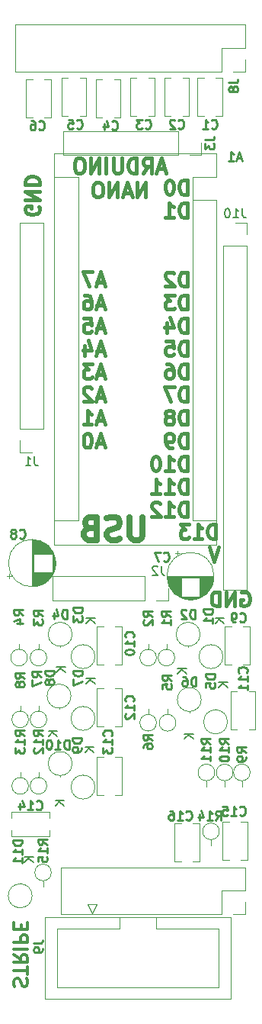
<source format=gbo>
%TF.GenerationSoftware,KiCad,Pcbnew,(6.0.1)*%
%TF.CreationDate,2023-01-24T19:01:18-05:00*%
%TF.ProjectId,ER-PROTO-03-MOZZI-DB,45522d50-524f-4544-9f2d-30332d4d4f5a,1*%
%TF.SameCoordinates,Original*%
%TF.FileFunction,Legend,Bot*%
%TF.FilePolarity,Positive*%
%FSLAX46Y46*%
G04 Gerber Fmt 4.6, Leading zero omitted, Abs format (unit mm)*
G04 Created by KiCad (PCBNEW (6.0.1)) date 2023-01-24 19:01:18*
%MOMM*%
%LPD*%
G01*
G04 APERTURE LIST*
%ADD10C,0.381000*%
%ADD11C,0.375000*%
%ADD12C,0.635000*%
%ADD13C,0.254000*%
%ADD14C,0.150000*%
%ADD15C,0.120000*%
G04 APERTURE END LIST*
D10*
X109624888Y-39198021D02*
X108868935Y-39198021D01*
X109776078Y-39651592D02*
X109246911Y-38064092D01*
X108717745Y-39651592D01*
X108339769Y-38064092D02*
X107281435Y-38064092D01*
X107961792Y-39651592D01*
X109624888Y-41753896D02*
X108868935Y-41753896D01*
X109776078Y-42207467D02*
X109246911Y-40619967D01*
X108717745Y-42207467D01*
X107508221Y-40619967D02*
X107810602Y-40619967D01*
X107961792Y-40695563D01*
X108037388Y-40771158D01*
X108188578Y-40997943D01*
X108264173Y-41300324D01*
X108264173Y-41905086D01*
X108188578Y-42056277D01*
X108112983Y-42131872D01*
X107961792Y-42207467D01*
X107659411Y-42207467D01*
X107508221Y-42131872D01*
X107432626Y-42056277D01*
X107357030Y-41905086D01*
X107357030Y-41527110D01*
X107432626Y-41375920D01*
X107508221Y-41300324D01*
X107659411Y-41224729D01*
X107961792Y-41224729D01*
X108112983Y-41300324D01*
X108188578Y-41375920D01*
X108264173Y-41527110D01*
X109624888Y-44309771D02*
X108868935Y-44309771D01*
X109776078Y-44763342D02*
X109246911Y-43175842D01*
X108717745Y-44763342D01*
X107432626Y-43175842D02*
X108188578Y-43175842D01*
X108264173Y-43931795D01*
X108188578Y-43856199D01*
X108037388Y-43780604D01*
X107659411Y-43780604D01*
X107508221Y-43856199D01*
X107432626Y-43931795D01*
X107357030Y-44082985D01*
X107357030Y-44460961D01*
X107432626Y-44612152D01*
X107508221Y-44687747D01*
X107659411Y-44763342D01*
X108037388Y-44763342D01*
X108188578Y-44687747D01*
X108264173Y-44612152D01*
X109624888Y-46865646D02*
X108868935Y-46865646D01*
X109776078Y-47319217D02*
X109246911Y-45731717D01*
X108717745Y-47319217D01*
X107508221Y-46260884D02*
X107508221Y-47319217D01*
X107886197Y-45656122D02*
X108264173Y-46790051D01*
X107281435Y-46790051D01*
X109624888Y-49421521D02*
X108868935Y-49421521D01*
X109776078Y-49875092D02*
X109246911Y-48287592D01*
X108717745Y-49875092D01*
X108339769Y-48287592D02*
X107357030Y-48287592D01*
X107886197Y-48892354D01*
X107659411Y-48892354D01*
X107508221Y-48967949D01*
X107432626Y-49043545D01*
X107357030Y-49194735D01*
X107357030Y-49572711D01*
X107432626Y-49723902D01*
X107508221Y-49799497D01*
X107659411Y-49875092D01*
X108112983Y-49875092D01*
X108264173Y-49799497D01*
X108339769Y-49723902D01*
X109624888Y-51977396D02*
X108868935Y-51977396D01*
X109776078Y-52430967D02*
X109246911Y-50843467D01*
X108717745Y-52430967D01*
X108264173Y-50994658D02*
X108188578Y-50919063D01*
X108037388Y-50843467D01*
X107659411Y-50843467D01*
X107508221Y-50919063D01*
X107432626Y-50994658D01*
X107357030Y-51145848D01*
X107357030Y-51297039D01*
X107432626Y-51523824D01*
X108339769Y-52430967D01*
X107357030Y-52430967D01*
X109624888Y-54533271D02*
X108868935Y-54533271D01*
X109776078Y-54986842D02*
X109246911Y-53399342D01*
X108717745Y-54986842D01*
X107357030Y-54986842D02*
X108264173Y-54986842D01*
X107810602Y-54986842D02*
X107810602Y-53399342D01*
X107961792Y-53626128D01*
X108112983Y-53777318D01*
X108264173Y-53852914D01*
X109624888Y-57089146D02*
X108868935Y-57089146D01*
X109776078Y-57542717D02*
X109246911Y-55955217D01*
X108717745Y-57542717D01*
X107886197Y-55955217D02*
X107735007Y-55955217D01*
X107583816Y-56030813D01*
X107508221Y-56106408D01*
X107432626Y-56257598D01*
X107357030Y-56559979D01*
X107357030Y-56937955D01*
X107432626Y-57240336D01*
X107508221Y-57391527D01*
X107583816Y-57467122D01*
X107735007Y-57542717D01*
X107886197Y-57542717D01*
X108037388Y-57467122D01*
X108112983Y-57391527D01*
X108188578Y-57240336D01*
X108264173Y-56937955D01*
X108264173Y-56559979D01*
X108188578Y-56257598D01*
X108112983Y-56106408D01*
X108037388Y-56030813D01*
X107886197Y-55955217D01*
X118881373Y-29436029D02*
X118881373Y-27848529D01*
X118503397Y-27848529D01*
X118276611Y-27924125D01*
X118125421Y-28075315D01*
X118049826Y-28226505D01*
X117974230Y-28528886D01*
X117974230Y-28755672D01*
X118049826Y-29058053D01*
X118125421Y-29209244D01*
X118276611Y-29360434D01*
X118503397Y-29436029D01*
X118881373Y-29436029D01*
X116991492Y-27848529D02*
X116840302Y-27848529D01*
X116689111Y-27924125D01*
X116613516Y-27999720D01*
X116537921Y-28150910D01*
X116462326Y-28453291D01*
X116462326Y-28831267D01*
X116537921Y-29133648D01*
X116613516Y-29284839D01*
X116689111Y-29360434D01*
X116840302Y-29436029D01*
X116991492Y-29436029D01*
X117142683Y-29360434D01*
X117218278Y-29284839D01*
X117293873Y-29133648D01*
X117369469Y-28831267D01*
X117369469Y-28453291D01*
X117293873Y-28150910D01*
X117218278Y-27999720D01*
X117142683Y-27924125D01*
X116991492Y-27848529D01*
X118881373Y-31991904D02*
X118881373Y-30404404D01*
X118503397Y-30404404D01*
X118276611Y-30480000D01*
X118125421Y-30631190D01*
X118049826Y-30782380D01*
X117974230Y-31084761D01*
X117974230Y-31311547D01*
X118049826Y-31613928D01*
X118125421Y-31765119D01*
X118276611Y-31916309D01*
X118503397Y-31991904D01*
X118881373Y-31991904D01*
X116462326Y-31991904D02*
X117369469Y-31991904D01*
X116915897Y-31991904D02*
X116915897Y-30404404D01*
X117067088Y-30631190D01*
X117218278Y-30782380D01*
X117369469Y-30857976D01*
X118881373Y-39659529D02*
X118881373Y-38072029D01*
X118503397Y-38072029D01*
X118276611Y-38147625D01*
X118125421Y-38298815D01*
X118049826Y-38450005D01*
X117974230Y-38752386D01*
X117974230Y-38979172D01*
X118049826Y-39281553D01*
X118125421Y-39432744D01*
X118276611Y-39583934D01*
X118503397Y-39659529D01*
X118881373Y-39659529D01*
X117369469Y-38223220D02*
X117293873Y-38147625D01*
X117142683Y-38072029D01*
X116764707Y-38072029D01*
X116613516Y-38147625D01*
X116537921Y-38223220D01*
X116462326Y-38374410D01*
X116462326Y-38525601D01*
X116537921Y-38752386D01*
X117445064Y-39659529D01*
X116462326Y-39659529D01*
X118881373Y-42215404D02*
X118881373Y-40627904D01*
X118503397Y-40627904D01*
X118276611Y-40703500D01*
X118125421Y-40854690D01*
X118049826Y-41005880D01*
X117974230Y-41308261D01*
X117974230Y-41535047D01*
X118049826Y-41837428D01*
X118125421Y-41988619D01*
X118276611Y-42139809D01*
X118503397Y-42215404D01*
X118881373Y-42215404D01*
X117445064Y-40627904D02*
X116462326Y-40627904D01*
X116991492Y-41232666D01*
X116764707Y-41232666D01*
X116613516Y-41308261D01*
X116537921Y-41383857D01*
X116462326Y-41535047D01*
X116462326Y-41913023D01*
X116537921Y-42064214D01*
X116613516Y-42139809D01*
X116764707Y-42215404D01*
X117218278Y-42215404D01*
X117369469Y-42139809D01*
X117445064Y-42064214D01*
X118881373Y-44771279D02*
X118881373Y-43183779D01*
X118503397Y-43183779D01*
X118276611Y-43259375D01*
X118125421Y-43410565D01*
X118049826Y-43561755D01*
X117974230Y-43864136D01*
X117974230Y-44090922D01*
X118049826Y-44393303D01*
X118125421Y-44544494D01*
X118276611Y-44695684D01*
X118503397Y-44771279D01*
X118881373Y-44771279D01*
X116613516Y-43712946D02*
X116613516Y-44771279D01*
X116991492Y-43108184D02*
X117369469Y-44242113D01*
X116386730Y-44242113D01*
X118881373Y-47327154D02*
X118881373Y-45739654D01*
X118503397Y-45739654D01*
X118276611Y-45815250D01*
X118125421Y-45966440D01*
X118049826Y-46117630D01*
X117974230Y-46420011D01*
X117974230Y-46646797D01*
X118049826Y-46949178D01*
X118125421Y-47100369D01*
X118276611Y-47251559D01*
X118503397Y-47327154D01*
X118881373Y-47327154D01*
X116537921Y-45739654D02*
X117293873Y-45739654D01*
X117369469Y-46495607D01*
X117293873Y-46420011D01*
X117142683Y-46344416D01*
X116764707Y-46344416D01*
X116613516Y-46420011D01*
X116537921Y-46495607D01*
X116462326Y-46646797D01*
X116462326Y-47024773D01*
X116537921Y-47175964D01*
X116613516Y-47251559D01*
X116764707Y-47327154D01*
X117142683Y-47327154D01*
X117293873Y-47251559D01*
X117369469Y-47175964D01*
X118881373Y-49883029D02*
X118881373Y-48295529D01*
X118503397Y-48295529D01*
X118276611Y-48371125D01*
X118125421Y-48522315D01*
X118049826Y-48673505D01*
X117974230Y-48975886D01*
X117974230Y-49202672D01*
X118049826Y-49505053D01*
X118125421Y-49656244D01*
X118276611Y-49807434D01*
X118503397Y-49883029D01*
X118881373Y-49883029D01*
X116613516Y-48295529D02*
X116915897Y-48295529D01*
X117067088Y-48371125D01*
X117142683Y-48446720D01*
X117293873Y-48673505D01*
X117369469Y-48975886D01*
X117369469Y-49580648D01*
X117293873Y-49731839D01*
X117218278Y-49807434D01*
X117067088Y-49883029D01*
X116764707Y-49883029D01*
X116613516Y-49807434D01*
X116537921Y-49731839D01*
X116462326Y-49580648D01*
X116462326Y-49202672D01*
X116537921Y-49051482D01*
X116613516Y-48975886D01*
X116764707Y-48900291D01*
X117067088Y-48900291D01*
X117218278Y-48975886D01*
X117293873Y-49051482D01*
X117369469Y-49202672D01*
X118881373Y-52438904D02*
X118881373Y-50851404D01*
X118503397Y-50851404D01*
X118276611Y-50927000D01*
X118125421Y-51078190D01*
X118049826Y-51229380D01*
X117974230Y-51531761D01*
X117974230Y-51758547D01*
X118049826Y-52060928D01*
X118125421Y-52212119D01*
X118276611Y-52363309D01*
X118503397Y-52438904D01*
X118881373Y-52438904D01*
X117445064Y-50851404D02*
X116386730Y-50851404D01*
X117067088Y-52438904D01*
X118881373Y-54994779D02*
X118881373Y-53407279D01*
X118503397Y-53407279D01*
X118276611Y-53482875D01*
X118125421Y-53634065D01*
X118049826Y-53785255D01*
X117974230Y-54087636D01*
X117974230Y-54314422D01*
X118049826Y-54616803D01*
X118125421Y-54767994D01*
X118276611Y-54919184D01*
X118503397Y-54994779D01*
X118881373Y-54994779D01*
X117067088Y-54087636D02*
X117218278Y-54012041D01*
X117293873Y-53936446D01*
X117369469Y-53785255D01*
X117369469Y-53709660D01*
X117293873Y-53558470D01*
X117218278Y-53482875D01*
X117067088Y-53407279D01*
X116764707Y-53407279D01*
X116613516Y-53482875D01*
X116537921Y-53558470D01*
X116462326Y-53709660D01*
X116462326Y-53785255D01*
X116537921Y-53936446D01*
X116613516Y-54012041D01*
X116764707Y-54087636D01*
X117067088Y-54087636D01*
X117218278Y-54163232D01*
X117293873Y-54238827D01*
X117369469Y-54390017D01*
X117369469Y-54692398D01*
X117293873Y-54843589D01*
X117218278Y-54919184D01*
X117067088Y-54994779D01*
X116764707Y-54994779D01*
X116613516Y-54919184D01*
X116537921Y-54843589D01*
X116462326Y-54692398D01*
X116462326Y-54390017D01*
X116537921Y-54238827D01*
X116613516Y-54163232D01*
X116764707Y-54087636D01*
X118881373Y-57550654D02*
X118881373Y-55963154D01*
X118503397Y-55963154D01*
X118276611Y-56038750D01*
X118125421Y-56189940D01*
X118049826Y-56341130D01*
X117974230Y-56643511D01*
X117974230Y-56870297D01*
X118049826Y-57172678D01*
X118125421Y-57323869D01*
X118276611Y-57475059D01*
X118503397Y-57550654D01*
X118881373Y-57550654D01*
X117218278Y-57550654D02*
X116915897Y-57550654D01*
X116764707Y-57475059D01*
X116689111Y-57399464D01*
X116537921Y-57172678D01*
X116462326Y-56870297D01*
X116462326Y-56265535D01*
X116537921Y-56114345D01*
X116613516Y-56038750D01*
X116764707Y-55963154D01*
X117067088Y-55963154D01*
X117218278Y-56038750D01*
X117293873Y-56114345D01*
X117369469Y-56265535D01*
X117369469Y-56643511D01*
X117293873Y-56794702D01*
X117218278Y-56870297D01*
X117067088Y-56945892D01*
X116764707Y-56945892D01*
X116613516Y-56870297D01*
X116537921Y-56794702D01*
X116462326Y-56643511D01*
X118881373Y-60106529D02*
X118881373Y-58519029D01*
X118503397Y-58519029D01*
X118276611Y-58594625D01*
X118125421Y-58745815D01*
X118049826Y-58897005D01*
X117974230Y-59199386D01*
X117974230Y-59426172D01*
X118049826Y-59728553D01*
X118125421Y-59879744D01*
X118276611Y-60030934D01*
X118503397Y-60106529D01*
X118881373Y-60106529D01*
X116462326Y-60106529D02*
X117369469Y-60106529D01*
X116915897Y-60106529D02*
X116915897Y-58519029D01*
X117067088Y-58745815D01*
X117218278Y-58897005D01*
X117369469Y-58972601D01*
X115479588Y-58519029D02*
X115328397Y-58519029D01*
X115177207Y-58594625D01*
X115101611Y-58670220D01*
X115026016Y-58821410D01*
X114950421Y-59123791D01*
X114950421Y-59501767D01*
X115026016Y-59804148D01*
X115101611Y-59955339D01*
X115177207Y-60030934D01*
X115328397Y-60106529D01*
X115479588Y-60106529D01*
X115630778Y-60030934D01*
X115706373Y-59955339D01*
X115781969Y-59804148D01*
X115857564Y-59501767D01*
X115857564Y-59123791D01*
X115781969Y-58821410D01*
X115706373Y-58670220D01*
X115630778Y-58594625D01*
X115479588Y-58519029D01*
X118881373Y-62662404D02*
X118881373Y-61074904D01*
X118503397Y-61074904D01*
X118276611Y-61150500D01*
X118125421Y-61301690D01*
X118049826Y-61452880D01*
X117974230Y-61755261D01*
X117974230Y-61982047D01*
X118049826Y-62284428D01*
X118125421Y-62435619D01*
X118276611Y-62586809D01*
X118503397Y-62662404D01*
X118881373Y-62662404D01*
X116462326Y-62662404D02*
X117369469Y-62662404D01*
X116915897Y-62662404D02*
X116915897Y-61074904D01*
X117067088Y-61301690D01*
X117218278Y-61452880D01*
X117369469Y-61528476D01*
X114950421Y-62662404D02*
X115857564Y-62662404D01*
X115403992Y-62662404D02*
X115403992Y-61074904D01*
X115555183Y-61301690D01*
X115706373Y-61452880D01*
X115857564Y-61528476D01*
X118881373Y-65218279D02*
X118881373Y-63630779D01*
X118503397Y-63630779D01*
X118276611Y-63706375D01*
X118125421Y-63857565D01*
X118049826Y-64008755D01*
X117974230Y-64311136D01*
X117974230Y-64537922D01*
X118049826Y-64840303D01*
X118125421Y-64991494D01*
X118276611Y-65142684D01*
X118503397Y-65218279D01*
X118881373Y-65218279D01*
X116462326Y-65218279D02*
X117369469Y-65218279D01*
X116915897Y-65218279D02*
X116915897Y-63630779D01*
X117067088Y-63857565D01*
X117218278Y-64008755D01*
X117369469Y-64084351D01*
X115857564Y-63781970D02*
X115781969Y-63706375D01*
X115630778Y-63630779D01*
X115252802Y-63630779D01*
X115101611Y-63706375D01*
X115026016Y-63781970D01*
X114950421Y-63933160D01*
X114950421Y-64084351D01*
X115026016Y-64311136D01*
X115933159Y-65218279D01*
X114950421Y-65218279D01*
D11*
X99722857Y-117327714D02*
X99651428Y-117113428D01*
X99651428Y-116756285D01*
X99722857Y-116613428D01*
X99794285Y-116542000D01*
X99937142Y-116470571D01*
X100080000Y-116470571D01*
X100222857Y-116542000D01*
X100294285Y-116613428D01*
X100365714Y-116756285D01*
X100437142Y-117042000D01*
X100508571Y-117184857D01*
X100580000Y-117256285D01*
X100722857Y-117327714D01*
X100865714Y-117327714D01*
X101008571Y-117256285D01*
X101080000Y-117184857D01*
X101151428Y-117042000D01*
X101151428Y-116684857D01*
X101080000Y-116470571D01*
X101151428Y-116042000D02*
X101151428Y-115184857D01*
X99651428Y-115613428D02*
X101151428Y-115613428D01*
X99651428Y-113827714D02*
X100365714Y-114327714D01*
X99651428Y-114684857D02*
X101151428Y-114684857D01*
X101151428Y-114113428D01*
X101080000Y-113970571D01*
X101008571Y-113899142D01*
X100865714Y-113827714D01*
X100651428Y-113827714D01*
X100508571Y-113899142D01*
X100437142Y-113970571D01*
X100365714Y-114113428D01*
X100365714Y-114684857D01*
X99651428Y-113184857D02*
X101151428Y-113184857D01*
X99651428Y-112470571D02*
X101151428Y-112470571D01*
X101151428Y-111899142D01*
X101080000Y-111756285D01*
X101008571Y-111684857D01*
X100865714Y-111613428D01*
X100651428Y-111613428D01*
X100508571Y-111684857D01*
X100437142Y-111756285D01*
X100365714Y-111899142D01*
X100365714Y-112470571D01*
X100437142Y-110970571D02*
X100437142Y-110470571D01*
X99651428Y-110256285D02*
X99651428Y-110970571D01*
X101151428Y-110970571D01*
X101151428Y-110256285D01*
D10*
X116410619Y-26632111D02*
X115624428Y-26632111D01*
X116567857Y-27103825D02*
X116017523Y-25452825D01*
X115467190Y-27103825D01*
X113973428Y-27103825D02*
X114523761Y-26317635D01*
X114916857Y-27103825D02*
X114916857Y-25452825D01*
X114287904Y-25452825D01*
X114130666Y-25531445D01*
X114052047Y-25610064D01*
X113973428Y-25767302D01*
X113973428Y-26003159D01*
X114052047Y-26160397D01*
X114130666Y-26239016D01*
X114287904Y-26317635D01*
X114916857Y-26317635D01*
X113265857Y-27103825D02*
X113265857Y-25452825D01*
X112872761Y-25452825D01*
X112636904Y-25531445D01*
X112479666Y-25688683D01*
X112401047Y-25845921D01*
X112322428Y-26160397D01*
X112322428Y-26396254D01*
X112401047Y-26710730D01*
X112479666Y-26867968D01*
X112636904Y-27025206D01*
X112872761Y-27103825D01*
X113265857Y-27103825D01*
X111614857Y-25452825D02*
X111614857Y-26789349D01*
X111536238Y-26946587D01*
X111457619Y-27025206D01*
X111300380Y-27103825D01*
X110985904Y-27103825D01*
X110828666Y-27025206D01*
X110750047Y-26946587D01*
X110671428Y-26789349D01*
X110671428Y-25452825D01*
X109885238Y-27103825D02*
X109885238Y-25452825D01*
X109099047Y-27103825D02*
X109099047Y-25452825D01*
X108155619Y-27103825D01*
X108155619Y-25452825D01*
X107054952Y-25452825D02*
X106740476Y-25452825D01*
X106583238Y-25531445D01*
X106426000Y-25688683D01*
X106347380Y-26003159D01*
X106347380Y-26553492D01*
X106426000Y-26867968D01*
X106583238Y-27025206D01*
X106740476Y-27103825D01*
X107054952Y-27103825D01*
X107212190Y-27025206D01*
X107369428Y-26867968D01*
X107448047Y-26553492D01*
X107448047Y-26003159D01*
X107369428Y-25688683D01*
X107212190Y-25531445D01*
X107054952Y-25452825D01*
X114287904Y-29761935D02*
X114287904Y-28110935D01*
X113344476Y-29761935D01*
X113344476Y-28110935D01*
X112636904Y-29290221D02*
X111850714Y-29290221D01*
X112794142Y-29761935D02*
X112243809Y-28110935D01*
X111693476Y-29761935D01*
X111143142Y-29761935D02*
X111143142Y-28110935D01*
X110199714Y-29761935D01*
X110199714Y-28110935D01*
X109099047Y-28110935D02*
X108784571Y-28110935D01*
X108627333Y-28189555D01*
X108470095Y-28346793D01*
X108391476Y-28661269D01*
X108391476Y-29211602D01*
X108470095Y-29526078D01*
X108627333Y-29683316D01*
X108784571Y-29761935D01*
X109099047Y-29761935D01*
X109256285Y-29683316D01*
X109413523Y-29526078D01*
X109492142Y-29211602D01*
X109492142Y-28661269D01*
X109413523Y-28346793D01*
X109256285Y-28189555D01*
X109099047Y-28110935D01*
X124907826Y-73628250D02*
X125059016Y-73552654D01*
X125285802Y-73552654D01*
X125512588Y-73628250D01*
X125663778Y-73779440D01*
X125739373Y-73930630D01*
X125814969Y-74233011D01*
X125814969Y-74459797D01*
X125739373Y-74762178D01*
X125663778Y-74913369D01*
X125512588Y-75064559D01*
X125285802Y-75140154D01*
X125134611Y-75140154D01*
X124907826Y-75064559D01*
X124832230Y-74988964D01*
X124832230Y-74459797D01*
X125134611Y-74459797D01*
X124151873Y-75140154D02*
X124151873Y-73552654D01*
X123244730Y-75140154D01*
X123244730Y-73552654D01*
X122488778Y-75140154D02*
X122488778Y-73552654D01*
X122110802Y-73552654D01*
X121884016Y-73628250D01*
X121732826Y-73779440D01*
X121657230Y-73930630D01*
X121581635Y-74233011D01*
X121581635Y-74459797D01*
X121657230Y-74762178D01*
X121732826Y-74913369D01*
X121884016Y-75064559D01*
X122110802Y-75140154D01*
X122488778Y-75140154D01*
X122056373Y-67647154D02*
X122056373Y-66059654D01*
X121678397Y-66059654D01*
X121451611Y-66135250D01*
X121300421Y-66286440D01*
X121224826Y-66437630D01*
X121149230Y-66740011D01*
X121149230Y-66966797D01*
X121224826Y-67269178D01*
X121300421Y-67420369D01*
X121451611Y-67571559D01*
X121678397Y-67647154D01*
X122056373Y-67647154D01*
X119637326Y-67647154D02*
X120544469Y-67647154D01*
X120090897Y-67647154D02*
X120090897Y-66059654D01*
X120242088Y-66286440D01*
X120393278Y-66437630D01*
X120544469Y-66513226D01*
X119108159Y-66059654D02*
X118125421Y-66059654D01*
X118654588Y-66664416D01*
X118427802Y-66664416D01*
X118276611Y-66740011D01*
X118201016Y-66815607D01*
X118125421Y-66966797D01*
X118125421Y-67344773D01*
X118201016Y-67495964D01*
X118276611Y-67571559D01*
X118427802Y-67647154D01*
X118881373Y-67647154D01*
X119032564Y-67571559D01*
X119108159Y-67495964D01*
X102393750Y-30800826D02*
X102469345Y-30952016D01*
X102469345Y-31178802D01*
X102393750Y-31405588D01*
X102242559Y-31556778D01*
X102091369Y-31632373D01*
X101788988Y-31707969D01*
X101562202Y-31707969D01*
X101259821Y-31632373D01*
X101108630Y-31556778D01*
X100957440Y-31405588D01*
X100881845Y-31178802D01*
X100881845Y-31027611D01*
X100957440Y-30800826D01*
X101033035Y-30725230D01*
X101562202Y-30725230D01*
X101562202Y-31027611D01*
X100881845Y-30044873D02*
X102469345Y-30044873D01*
X100881845Y-29137730D01*
X102469345Y-29137730D01*
X100881845Y-28381778D02*
X102469345Y-28381778D01*
X102469345Y-28003802D01*
X102393750Y-27777016D01*
X102242559Y-27625826D01*
X102091369Y-27550230D01*
X101788988Y-27474635D01*
X101562202Y-27474635D01*
X101259821Y-27550230D01*
X101108630Y-27625826D01*
X100957440Y-27777016D01*
X100881845Y-28003802D01*
X100881845Y-28381778D01*
D12*
X113949238Y-65284047D02*
X113949238Y-67340238D01*
X113828285Y-67582142D01*
X113707333Y-67703095D01*
X113465428Y-67824047D01*
X112981619Y-67824047D01*
X112739714Y-67703095D01*
X112618761Y-67582142D01*
X112497809Y-67340238D01*
X112497809Y-65284047D01*
X111409238Y-67703095D02*
X111046380Y-67824047D01*
X110441619Y-67824047D01*
X110199714Y-67703095D01*
X110078761Y-67582142D01*
X109957809Y-67340238D01*
X109957809Y-67098333D01*
X110078761Y-66856428D01*
X110199714Y-66735476D01*
X110441619Y-66614523D01*
X110925428Y-66493571D01*
X111167333Y-66372619D01*
X111288285Y-66251666D01*
X111409238Y-66009761D01*
X111409238Y-65767857D01*
X111288285Y-65525952D01*
X111167333Y-65405000D01*
X110925428Y-65284047D01*
X110320666Y-65284047D01*
X109957809Y-65405000D01*
X108022571Y-66493571D02*
X107659714Y-66614523D01*
X107538761Y-66735476D01*
X107417809Y-66977380D01*
X107417809Y-67340238D01*
X107538761Y-67582142D01*
X107659714Y-67703095D01*
X107901619Y-67824047D01*
X108869238Y-67824047D01*
X108869238Y-65284047D01*
X108022571Y-65284047D01*
X107780666Y-65405000D01*
X107659714Y-65525952D01*
X107538761Y-65767857D01*
X107538761Y-66009761D01*
X107659714Y-66251666D01*
X107780666Y-66372619D01*
X108022571Y-66493571D01*
X108869238Y-66493571D01*
D10*
X122410159Y-68599654D02*
X121880992Y-70187154D01*
X121351826Y-68599654D01*
D13*
%TO.C,J8*%
X123522619Y-17060333D02*
X124248333Y-17060333D01*
X124393476Y-17011952D01*
X124490238Y-16915190D01*
X124538619Y-16770047D01*
X124538619Y-16673285D01*
X123958047Y-17689285D02*
X123909666Y-17592523D01*
X123861285Y-17544142D01*
X123764523Y-17495761D01*
X123716142Y-17495761D01*
X123619380Y-17544142D01*
X123571000Y-17592523D01*
X123522619Y-17689285D01*
X123522619Y-17882809D01*
X123571000Y-17979571D01*
X123619380Y-18027952D01*
X123716142Y-18076333D01*
X123764523Y-18076333D01*
X123861285Y-18027952D01*
X123909666Y-17979571D01*
X123958047Y-17882809D01*
X123958047Y-17689285D01*
X124006428Y-17592523D01*
X124054809Y-17544142D01*
X124151571Y-17495761D01*
X124345095Y-17495761D01*
X124441857Y-17544142D01*
X124490238Y-17592523D01*
X124538619Y-17689285D01*
X124538619Y-17882809D01*
X124490238Y-17979571D01*
X124441857Y-18027952D01*
X124345095Y-18076333D01*
X124151571Y-18076333D01*
X124054809Y-18027952D01*
X124006428Y-17979571D01*
X123958047Y-17882809D01*
%TO.C,J3*%
X120899612Y-23410333D02*
X121625326Y-23410333D01*
X121770469Y-23361952D01*
X121867231Y-23265190D01*
X121915612Y-23120047D01*
X121915612Y-23023285D01*
X120899612Y-23797380D02*
X120899612Y-24426333D01*
X121286659Y-24087666D01*
X121286659Y-24232809D01*
X121335040Y-24329571D01*
X121383421Y-24377952D01*
X121480183Y-24426333D01*
X121722088Y-24426333D01*
X121818850Y-24377952D01*
X121867231Y-24329571D01*
X121915612Y-24232809D01*
X121915612Y-23942523D01*
X121867231Y-23845761D01*
X121818850Y-23797380D01*
D14*
%TO.C,J10*%
X125015523Y-31031380D02*
X125015523Y-31745666D01*
X125063142Y-31888523D01*
X125158380Y-31983761D01*
X125301238Y-32031380D01*
X125396476Y-32031380D01*
X124015523Y-32031380D02*
X124586952Y-32031380D01*
X124301238Y-32031380D02*
X124301238Y-31031380D01*
X124396476Y-31174238D01*
X124491714Y-31269476D01*
X124586952Y-31317095D01*
X123396476Y-31031380D02*
X123301238Y-31031380D01*
X123206000Y-31079000D01*
X123158380Y-31126619D01*
X123110761Y-31221857D01*
X123063142Y-31412333D01*
X123063142Y-31650428D01*
X123110761Y-31840904D01*
X123158380Y-31936142D01*
X123206000Y-31983761D01*
X123301238Y-32031380D01*
X123396476Y-32031380D01*
X123491714Y-31983761D01*
X123539333Y-31936142D01*
X123586952Y-31840904D01*
X123634571Y-31650428D01*
X123634571Y-31412333D01*
X123586952Y-31221857D01*
X123539333Y-31126619D01*
X123491714Y-31079000D01*
X123396476Y-31031380D01*
%TO.C,J2*%
X116030333Y-70699380D02*
X116030333Y-71413666D01*
X116077952Y-71556523D01*
X116173190Y-71651761D01*
X116316047Y-71699380D01*
X116411285Y-71699380D01*
X115601761Y-70794619D02*
X115554142Y-70747000D01*
X115458904Y-70699380D01*
X115220809Y-70699380D01*
X115125571Y-70747000D01*
X115077952Y-70794619D01*
X115030333Y-70889857D01*
X115030333Y-70985095D01*
X115077952Y-71127952D01*
X115649380Y-71699380D01*
X115030333Y-71699380D01*
%TO.C,J1*%
X101933333Y-58551380D02*
X101933333Y-59265666D01*
X101980952Y-59408523D01*
X102076190Y-59503761D01*
X102219047Y-59551380D01*
X102314285Y-59551380D01*
X100933333Y-59551380D02*
X101504761Y-59551380D01*
X101219047Y-59551380D02*
X101219047Y-58551380D01*
X101314285Y-58694238D01*
X101409523Y-58789476D01*
X101504761Y-58837095D01*
D13*
%TO.C,D2*%
X119748904Y-76532619D02*
X119748904Y-75516619D01*
X119507000Y-75516619D01*
X119361857Y-75565000D01*
X119265095Y-75661761D01*
X119216714Y-75758523D01*
X119168333Y-75952047D01*
X119168333Y-76097190D01*
X119216714Y-76290714D01*
X119265095Y-76387476D01*
X119361857Y-76484238D01*
X119507000Y-76532619D01*
X119748904Y-76532619D01*
X118781285Y-75613380D02*
X118732904Y-75565000D01*
X118636142Y-75516619D01*
X118394238Y-75516619D01*
X118297476Y-75565000D01*
X118249095Y-75613380D01*
X118200714Y-75710142D01*
X118200714Y-75806904D01*
X118249095Y-75952047D01*
X118829666Y-76532619D01*
X118200714Y-76532619D01*
D14*
X118816380Y-82034095D02*
X117816380Y-82034095D01*
X118816380Y-82605523D02*
X118244952Y-82176952D01*
X117816380Y-82605523D02*
X118387809Y-82034095D01*
D13*
%TO.C,D6*%
X119875904Y-84025619D02*
X119875904Y-83009619D01*
X119634000Y-83009619D01*
X119488857Y-83058000D01*
X119392095Y-83154761D01*
X119343714Y-83251523D01*
X119295333Y-83445047D01*
X119295333Y-83590190D01*
X119343714Y-83783714D01*
X119392095Y-83880476D01*
X119488857Y-83977238D01*
X119634000Y-84025619D01*
X119875904Y-84025619D01*
X118424476Y-83009619D02*
X118618000Y-83009619D01*
X118714761Y-83058000D01*
X118763142Y-83106380D01*
X118859904Y-83251523D01*
X118908285Y-83445047D01*
X118908285Y-83832095D01*
X118859904Y-83928857D01*
X118811523Y-83977238D01*
X118714761Y-84025619D01*
X118521238Y-84025619D01*
X118424476Y-83977238D01*
X118376095Y-83928857D01*
X118327714Y-83832095D01*
X118327714Y-83590190D01*
X118376095Y-83493428D01*
X118424476Y-83445047D01*
X118521238Y-83396666D01*
X118714761Y-83396666D01*
X118811523Y-83445047D01*
X118859904Y-83493428D01*
X118908285Y-83590190D01*
D14*
X119578380Y-89301781D02*
X118578380Y-89301781D01*
X119578380Y-89873209D02*
X119006952Y-89444638D01*
X118578380Y-89873209D02*
X119149809Y-89301781D01*
D13*
%TO.C,C1*%
X121581333Y-22079857D02*
X121629714Y-22128238D01*
X121774857Y-22176619D01*
X121871619Y-22176619D01*
X122016761Y-22128238D01*
X122113523Y-22031476D01*
X122161904Y-21934714D01*
X122210285Y-21741190D01*
X122210285Y-21596047D01*
X122161904Y-21402523D01*
X122113523Y-21305761D01*
X122016761Y-21209000D01*
X121871619Y-21160619D01*
X121774857Y-21160619D01*
X121629714Y-21209000D01*
X121581333Y-21257380D01*
X120613714Y-22176619D02*
X121194285Y-22176619D01*
X120904000Y-22176619D02*
X120904000Y-21160619D01*
X121000761Y-21305761D01*
X121097523Y-21402523D01*
X121194285Y-21450904D01*
%TO.C,R2*%
X115013619Y-76284666D02*
X114529809Y-75946000D01*
X115013619Y-75704095D02*
X113997619Y-75704095D01*
X113997619Y-76091142D01*
X114046000Y-76187904D01*
X114094380Y-76236285D01*
X114191142Y-76284666D01*
X114336285Y-76284666D01*
X114433047Y-76236285D01*
X114481428Y-76187904D01*
X114529809Y-76091142D01*
X114529809Y-75704095D01*
X114094380Y-76671714D02*
X114046000Y-76720095D01*
X113997619Y-76816857D01*
X113997619Y-77058761D01*
X114046000Y-77155523D01*
X114094380Y-77203904D01*
X114191142Y-77252285D01*
X114287904Y-77252285D01*
X114433047Y-77203904D01*
X115013619Y-76623333D01*
X115013619Y-77252285D01*
%TO.C,C13*%
X110471857Y-89516847D02*
X110520238Y-89468466D01*
X110568619Y-89323323D01*
X110568619Y-89226561D01*
X110520238Y-89081418D01*
X110423476Y-88984656D01*
X110326714Y-88936275D01*
X110133190Y-88887894D01*
X109988047Y-88887894D01*
X109794523Y-88936275D01*
X109697761Y-88984656D01*
X109601000Y-89081418D01*
X109552619Y-89226561D01*
X109552619Y-89323323D01*
X109601000Y-89468466D01*
X109649380Y-89516847D01*
X110568619Y-90484466D02*
X110568619Y-89903894D01*
X110568619Y-90194180D02*
X109552619Y-90194180D01*
X109697761Y-90097418D01*
X109794523Y-90000656D01*
X109842904Y-89903894D01*
X109552619Y-90823132D02*
X109552619Y-91452085D01*
X109939666Y-91113418D01*
X109939666Y-91258561D01*
X109988047Y-91355323D01*
X110036428Y-91403704D01*
X110133190Y-91452085D01*
X110375095Y-91452085D01*
X110471857Y-91403704D01*
X110520238Y-91355323D01*
X110568619Y-91258561D01*
X110568619Y-90968275D01*
X110520238Y-90871513D01*
X110471857Y-90823132D01*
%TO.C,C14*%
X102126142Y-97644857D02*
X102174523Y-97693238D01*
X102319666Y-97741619D01*
X102416428Y-97741619D01*
X102561571Y-97693238D01*
X102658333Y-97596476D01*
X102706714Y-97499714D01*
X102755095Y-97306190D01*
X102755095Y-97161047D01*
X102706714Y-96967523D01*
X102658333Y-96870761D01*
X102561571Y-96774000D01*
X102416428Y-96725619D01*
X102319666Y-96725619D01*
X102174523Y-96774000D01*
X102126142Y-96822380D01*
X101158523Y-97741619D02*
X101739095Y-97741619D01*
X101448809Y-97741619D02*
X101448809Y-96725619D01*
X101545571Y-96870761D01*
X101642333Y-96967523D01*
X101739095Y-97015904D01*
X100287666Y-97064285D02*
X100287666Y-97741619D01*
X100529571Y-96677238D02*
X100771476Y-97402952D01*
X100142523Y-97402952D01*
%TO.C,R10*%
X123522619Y-90405857D02*
X123038809Y-90067190D01*
X123522619Y-89825285D02*
X122506619Y-89825285D01*
X122506619Y-90212333D01*
X122555000Y-90309095D01*
X122603380Y-90357476D01*
X122700142Y-90405857D01*
X122845285Y-90405857D01*
X122942047Y-90357476D01*
X122990428Y-90309095D01*
X123038809Y-90212333D01*
X123038809Y-89825285D01*
X123522619Y-91373476D02*
X123522619Y-90792904D01*
X123522619Y-91083190D02*
X122506619Y-91083190D01*
X122651761Y-90986428D01*
X122748523Y-90889666D01*
X122796904Y-90792904D01*
X122506619Y-92002428D02*
X122506619Y-92099190D01*
X122555000Y-92195952D01*
X122603380Y-92244333D01*
X122700142Y-92292714D01*
X122893666Y-92341095D01*
X123135571Y-92341095D01*
X123329095Y-92292714D01*
X123425857Y-92244333D01*
X123474238Y-92195952D01*
X123522619Y-92099190D01*
X123522619Y-92002428D01*
X123474238Y-91905666D01*
X123425857Y-91857285D01*
X123329095Y-91808904D01*
X123135571Y-91760523D01*
X122893666Y-91760523D01*
X122700142Y-91808904D01*
X122603380Y-91857285D01*
X122555000Y-91905666D01*
X122506619Y-92002428D01*
%TO.C,R3*%
X102821619Y-76234653D02*
X102337809Y-75895987D01*
X102821619Y-75654082D02*
X101805619Y-75654082D01*
X101805619Y-76041129D01*
X101854000Y-76137891D01*
X101902380Y-76186272D01*
X101999142Y-76234653D01*
X102144285Y-76234653D01*
X102241047Y-76186272D01*
X102289428Y-76137891D01*
X102337809Y-76041129D01*
X102337809Y-75654082D01*
X101805619Y-76573320D02*
X101805619Y-77202272D01*
X102192666Y-76863606D01*
X102192666Y-77008748D01*
X102241047Y-77105510D01*
X102289428Y-77153891D01*
X102386190Y-77202272D01*
X102628095Y-77202272D01*
X102724857Y-77153891D01*
X102773238Y-77105510D01*
X102821619Y-77008748D01*
X102821619Y-76718463D01*
X102773238Y-76621701D01*
X102724857Y-76573320D01*
%TO.C,R7*%
X102694619Y-83015666D02*
X102210809Y-82677000D01*
X102694619Y-82435095D02*
X101678619Y-82435095D01*
X101678619Y-82822142D01*
X101727000Y-82918904D01*
X101775380Y-82967285D01*
X101872142Y-83015666D01*
X102017285Y-83015666D01*
X102114047Y-82967285D01*
X102162428Y-82918904D01*
X102210809Y-82822142D01*
X102210809Y-82435095D01*
X101678619Y-83354333D02*
X101678619Y-84031666D01*
X102694619Y-83596238D01*
%TO.C,C4*%
X110532333Y-22206857D02*
X110580714Y-22255238D01*
X110725857Y-22303619D01*
X110822619Y-22303619D01*
X110967761Y-22255238D01*
X111064523Y-22158476D01*
X111112904Y-22061714D01*
X111161285Y-21868190D01*
X111161285Y-21723047D01*
X111112904Y-21529523D01*
X111064523Y-21432761D01*
X110967761Y-21336000D01*
X110822619Y-21287619D01*
X110725857Y-21287619D01*
X110580714Y-21336000D01*
X110532333Y-21384380D01*
X109661476Y-21626285D02*
X109661476Y-22303619D01*
X109903380Y-21239238D02*
X110145285Y-21964952D01*
X109516333Y-21964952D01*
%TO.C,R15*%
X103329619Y-101581882D02*
X102845809Y-101243215D01*
X103329619Y-101001310D02*
X102313619Y-101001310D01*
X102313619Y-101388358D01*
X102362000Y-101485120D01*
X102410380Y-101533501D01*
X102507142Y-101581882D01*
X102652285Y-101581882D01*
X102749047Y-101533501D01*
X102797428Y-101485120D01*
X102845809Y-101388358D01*
X102845809Y-101001310D01*
X103329619Y-102549501D02*
X103329619Y-101968929D01*
X103329619Y-102259215D02*
X102313619Y-102259215D01*
X102458761Y-102162453D01*
X102555523Y-102065691D01*
X102603904Y-101968929D01*
X102313619Y-103468739D02*
X102313619Y-102984929D01*
X102797428Y-102936548D01*
X102749047Y-102984929D01*
X102700666Y-103081691D01*
X102700666Y-103323596D01*
X102749047Y-103420358D01*
X102797428Y-103468739D01*
X102894190Y-103517120D01*
X103136095Y-103517120D01*
X103232857Y-103468739D01*
X103281238Y-103420358D01*
X103329619Y-103323596D01*
X103329619Y-103081691D01*
X103281238Y-102984929D01*
X103232857Y-102936548D01*
%TO.C,D5*%
X121998619Y-82689095D02*
X120982619Y-82689095D01*
X120982619Y-82931000D01*
X121031000Y-83076142D01*
X121127761Y-83172904D01*
X121224523Y-83221285D01*
X121418047Y-83269666D01*
X121563190Y-83269666D01*
X121756714Y-83221285D01*
X121853476Y-83172904D01*
X121950238Y-83076142D01*
X121998619Y-82931000D01*
X121998619Y-82689095D01*
X120982619Y-84188904D02*
X120982619Y-83705095D01*
X121466428Y-83656714D01*
X121418047Y-83705095D01*
X121369666Y-83801857D01*
X121369666Y-84043761D01*
X121418047Y-84140523D01*
X121466428Y-84188904D01*
X121563190Y-84237285D01*
X121805095Y-84237285D01*
X121901857Y-84188904D01*
X121950238Y-84140523D01*
X121998619Y-84043761D01*
X121998619Y-83801857D01*
X121950238Y-83705095D01*
X121901857Y-83656714D01*
D14*
X123388380Y-83558095D02*
X122388380Y-83558095D01*
X123388380Y-84129523D02*
X122816952Y-83700952D01*
X122388380Y-84129523D02*
X122959809Y-83558095D01*
D13*
%TO.C,R13*%
X100789619Y-89516857D02*
X100305809Y-89178190D01*
X100789619Y-88936285D02*
X99773619Y-88936285D01*
X99773619Y-89323333D01*
X99822000Y-89420095D01*
X99870380Y-89468476D01*
X99967142Y-89516857D01*
X100112285Y-89516857D01*
X100209047Y-89468476D01*
X100257428Y-89420095D01*
X100305809Y-89323333D01*
X100305809Y-88936285D01*
X100789619Y-90484476D02*
X100789619Y-89903904D01*
X100789619Y-90194190D02*
X99773619Y-90194190D01*
X99918761Y-90097428D01*
X100015523Y-90000666D01*
X100063904Y-89903904D01*
X99773619Y-90823142D02*
X99773619Y-91452095D01*
X100160666Y-91113428D01*
X100160666Y-91258571D01*
X100209047Y-91355333D01*
X100257428Y-91403714D01*
X100354190Y-91452095D01*
X100596095Y-91452095D01*
X100692857Y-91403714D01*
X100741238Y-91355333D01*
X100789619Y-91258571D01*
X100789619Y-90968285D01*
X100741238Y-90871523D01*
X100692857Y-90823142D01*
%TO.C,C3*%
X114215333Y-22079857D02*
X114263714Y-22128238D01*
X114408857Y-22176619D01*
X114505619Y-22176619D01*
X114650761Y-22128238D01*
X114747523Y-22031476D01*
X114795904Y-21934714D01*
X114844285Y-21741190D01*
X114844285Y-21596047D01*
X114795904Y-21402523D01*
X114747523Y-21305761D01*
X114650761Y-21209000D01*
X114505619Y-21160619D01*
X114408857Y-21160619D01*
X114263714Y-21209000D01*
X114215333Y-21257380D01*
X113876666Y-21160619D02*
X113247714Y-21160619D01*
X113586380Y-21547666D01*
X113441238Y-21547666D01*
X113344476Y-21596047D01*
X113296095Y-21644428D01*
X113247714Y-21741190D01*
X113247714Y-21983095D01*
X113296095Y-22079857D01*
X113344476Y-22128238D01*
X113441238Y-22176619D01*
X113731523Y-22176619D01*
X113828285Y-22128238D01*
X113876666Y-22079857D01*
%TO.C,A1*%
X124931714Y-25442333D02*
X124447904Y-25442333D01*
X125028476Y-25732619D02*
X124689809Y-24716619D01*
X124351142Y-25732619D01*
X123480285Y-25732619D02*
X124060857Y-25732619D01*
X123770571Y-25732619D02*
X123770571Y-24716619D01*
X123867333Y-24861761D01*
X123964095Y-24958523D01*
X124060857Y-25006904D01*
%TO.C,R4*%
X100662619Y-76157666D02*
X100178809Y-75819000D01*
X100662619Y-75577095D02*
X99646619Y-75577095D01*
X99646619Y-75964142D01*
X99695000Y-76060904D01*
X99743380Y-76109285D01*
X99840142Y-76157666D01*
X99985285Y-76157666D01*
X100082047Y-76109285D01*
X100130428Y-76060904D01*
X100178809Y-75964142D01*
X100178809Y-75577095D01*
X99985285Y-77028523D02*
X100662619Y-77028523D01*
X99598238Y-76786619D02*
X100323952Y-76544714D01*
X100323952Y-77173666D01*
%TO.C,D9*%
X107139619Y-89801095D02*
X106123619Y-89801095D01*
X106123619Y-90043000D01*
X106172000Y-90188142D01*
X106268761Y-90284904D01*
X106365523Y-90333285D01*
X106559047Y-90381666D01*
X106704190Y-90381666D01*
X106897714Y-90333285D01*
X106994476Y-90284904D01*
X107091238Y-90188142D01*
X107139619Y-90043000D01*
X107139619Y-89801095D01*
X107139619Y-90865476D02*
X107139619Y-91059000D01*
X107091238Y-91155761D01*
X107042857Y-91204142D01*
X106897714Y-91300904D01*
X106704190Y-91349285D01*
X106317142Y-91349285D01*
X106220380Y-91300904D01*
X106172000Y-91252523D01*
X106123619Y-91155761D01*
X106123619Y-90962238D01*
X106172000Y-90865476D01*
X106220380Y-90817095D01*
X106317142Y-90768714D01*
X106559047Y-90768714D01*
X106655809Y-90817095D01*
X106704190Y-90865476D01*
X106752571Y-90962238D01*
X106752571Y-91155761D01*
X106704190Y-91252523D01*
X106655809Y-91300904D01*
X106559047Y-91349285D01*
D14*
X108529380Y-90797095D02*
X107529380Y-90797095D01*
X108529380Y-91368523D02*
X107957952Y-90939952D01*
X107529380Y-91368523D02*
X108100809Y-90797095D01*
D13*
%TO.C,R14*%
X122065142Y-98884619D02*
X122403809Y-98400809D01*
X122645714Y-98884619D02*
X122645714Y-97868619D01*
X122258666Y-97868619D01*
X122161904Y-97917000D01*
X122113523Y-97965380D01*
X122065142Y-98062142D01*
X122065142Y-98207285D01*
X122113523Y-98304047D01*
X122161904Y-98352428D01*
X122258666Y-98400809D01*
X122645714Y-98400809D01*
X121097523Y-98884619D02*
X121678095Y-98884619D01*
X121387809Y-98884619D02*
X121387809Y-97868619D01*
X121484571Y-98013761D01*
X121581333Y-98110523D01*
X121678095Y-98158904D01*
X120226666Y-98207285D02*
X120226666Y-98884619D01*
X120468571Y-97820238D02*
X120710476Y-98545952D01*
X120081523Y-98545952D01*
%TO.C,C15*%
X124732142Y-98279867D02*
X124780523Y-98328248D01*
X124925666Y-98376629D01*
X125022428Y-98376629D01*
X125167571Y-98328248D01*
X125264333Y-98231486D01*
X125312714Y-98134724D01*
X125361095Y-97941200D01*
X125361095Y-97796057D01*
X125312714Y-97602533D01*
X125264333Y-97505771D01*
X125167571Y-97409010D01*
X125022428Y-97360629D01*
X124925666Y-97360629D01*
X124780523Y-97409010D01*
X124732142Y-97457390D01*
X123764523Y-98376629D02*
X124345095Y-98376629D01*
X124054809Y-98376629D02*
X124054809Y-97360629D01*
X124151571Y-97505771D01*
X124248333Y-97602533D01*
X124345095Y-97650914D01*
X122845285Y-97360629D02*
X123329095Y-97360629D01*
X123377476Y-97844438D01*
X123329095Y-97796057D01*
X123232333Y-97747676D01*
X122990428Y-97747676D01*
X122893666Y-97796057D01*
X122845285Y-97844438D01*
X122796904Y-97941200D01*
X122796904Y-98183105D01*
X122845285Y-98279867D01*
X122893666Y-98328248D01*
X122990428Y-98376629D01*
X123232333Y-98376629D01*
X123329095Y-98328248D01*
X123377476Y-98279867D01*
%TO.C,C10*%
X112884857Y-78594857D02*
X112933238Y-78546476D01*
X112981619Y-78401333D01*
X112981619Y-78304571D01*
X112933238Y-78159428D01*
X112836476Y-78062666D01*
X112739714Y-78014285D01*
X112546190Y-77965904D01*
X112401047Y-77965904D01*
X112207523Y-78014285D01*
X112110761Y-78062666D01*
X112014000Y-78159428D01*
X111965619Y-78304571D01*
X111965619Y-78401333D01*
X112014000Y-78546476D01*
X112062380Y-78594857D01*
X112981619Y-79562476D02*
X112981619Y-78981904D01*
X112981619Y-79272190D02*
X111965619Y-79272190D01*
X112110761Y-79175428D01*
X112207523Y-79078666D01*
X112255904Y-78981904D01*
X111965619Y-80191428D02*
X111965619Y-80288190D01*
X112014000Y-80384952D01*
X112062380Y-80433333D01*
X112159142Y-80481714D01*
X112352666Y-80530095D01*
X112594571Y-80530095D01*
X112788095Y-80481714D01*
X112884857Y-80433333D01*
X112933238Y-80384952D01*
X112981619Y-80288190D01*
X112981619Y-80191428D01*
X112933238Y-80094666D01*
X112884857Y-80046285D01*
X112788095Y-79997904D01*
X112594571Y-79949523D01*
X112352666Y-79949523D01*
X112159142Y-79997904D01*
X112062380Y-80046285D01*
X112014000Y-80094666D01*
X111965619Y-80191428D01*
%TO.C,D7*%
X107266619Y-82308095D02*
X106250619Y-82308095D01*
X106250619Y-82550000D01*
X106299000Y-82695142D01*
X106395761Y-82791904D01*
X106492523Y-82840285D01*
X106686047Y-82888666D01*
X106831190Y-82888666D01*
X107024714Y-82840285D01*
X107121476Y-82791904D01*
X107218238Y-82695142D01*
X107266619Y-82550000D01*
X107266619Y-82308095D01*
X106250619Y-83227333D02*
X106250619Y-83904666D01*
X107266619Y-83469238D01*
D14*
X108656380Y-83177095D02*
X107656380Y-83177095D01*
X108656380Y-83748523D02*
X108084952Y-83319952D01*
X107656380Y-83748523D02*
X108227809Y-83177095D01*
D13*
%TO.C,R6*%
X115013619Y-90000666D02*
X114529809Y-89662000D01*
X115013619Y-89420095D02*
X113997619Y-89420095D01*
X113997619Y-89807142D01*
X114046000Y-89903904D01*
X114094380Y-89952285D01*
X114191142Y-90000666D01*
X114336285Y-90000666D01*
X114433047Y-89952285D01*
X114481428Y-89903904D01*
X114529809Y-89807142D01*
X114529809Y-89420095D01*
X113997619Y-90871523D02*
X113997619Y-90678000D01*
X114046000Y-90581238D01*
X114094380Y-90532857D01*
X114239523Y-90436095D01*
X114433047Y-90387714D01*
X114820095Y-90387714D01*
X114916857Y-90436095D01*
X114965238Y-90484476D01*
X115013619Y-90581238D01*
X115013619Y-90774761D01*
X114965238Y-90871523D01*
X114916857Y-90919904D01*
X114820095Y-90968285D01*
X114578190Y-90968285D01*
X114481428Y-90919904D01*
X114433047Y-90871523D01*
X114384666Y-90774761D01*
X114384666Y-90581238D01*
X114433047Y-90484476D01*
X114481428Y-90436095D01*
X114578190Y-90387714D01*
%TO.C,C11*%
X125477847Y-82531857D02*
X125526228Y-82483476D01*
X125574609Y-82338333D01*
X125574609Y-82241571D01*
X125526228Y-82096428D01*
X125429466Y-81999666D01*
X125332704Y-81951285D01*
X125139180Y-81902904D01*
X124994037Y-81902904D01*
X124800513Y-81951285D01*
X124703751Y-81999666D01*
X124606990Y-82096428D01*
X124558609Y-82241571D01*
X124558609Y-82338333D01*
X124606990Y-82483476D01*
X124655370Y-82531857D01*
X125574609Y-83499476D02*
X125574609Y-82918904D01*
X125574609Y-83209190D02*
X124558609Y-83209190D01*
X124703751Y-83112428D01*
X124800513Y-83015666D01*
X124848894Y-82918904D01*
X125574609Y-84467095D02*
X125574609Y-83886523D01*
X125574609Y-84176809D02*
X124558609Y-84176809D01*
X124703751Y-84080047D01*
X124800513Y-83983285D01*
X124848894Y-83886523D01*
%TO.C,R12*%
X102821619Y-89516857D02*
X102337809Y-89178190D01*
X102821619Y-88936285D02*
X101805619Y-88936285D01*
X101805619Y-89323333D01*
X101854000Y-89420095D01*
X101902380Y-89468476D01*
X101999142Y-89516857D01*
X102144285Y-89516857D01*
X102241047Y-89468476D01*
X102289428Y-89420095D01*
X102337809Y-89323333D01*
X102337809Y-88936285D01*
X102821619Y-90484476D02*
X102821619Y-89903904D01*
X102821619Y-90194190D02*
X101805619Y-90194190D01*
X101950761Y-90097428D01*
X102047523Y-90000666D01*
X102095904Y-89903904D01*
X101902380Y-90871523D02*
X101854000Y-90919904D01*
X101805619Y-91016666D01*
X101805619Y-91258571D01*
X101854000Y-91355333D01*
X101902380Y-91403714D01*
X101999142Y-91452095D01*
X102095904Y-91452095D01*
X102241047Y-91403714D01*
X102821619Y-90823142D01*
X102821619Y-91452095D01*
%TO.C,D1*%
X121744619Y-75470085D02*
X120728619Y-75470085D01*
X120728619Y-75711990D01*
X120777000Y-75857132D01*
X120873761Y-75953894D01*
X120970523Y-76002275D01*
X121164047Y-76050656D01*
X121309190Y-76050656D01*
X121502714Y-76002275D01*
X121599476Y-75953894D01*
X121696238Y-75857132D01*
X121744619Y-75711990D01*
X121744619Y-75470085D01*
X121744619Y-77018275D02*
X121744619Y-76437704D01*
X121744619Y-76727990D02*
X120728619Y-76727990D01*
X120873761Y-76631228D01*
X120970523Y-76534466D01*
X121018904Y-76437704D01*
D14*
X123007380Y-76466095D02*
X122007380Y-76466095D01*
X123007380Y-77037523D02*
X122435952Y-76608952D01*
X122007380Y-77037523D02*
X122578809Y-76466095D01*
D13*
%TO.C,C12*%
X112884857Y-85706857D02*
X112933238Y-85658476D01*
X112981619Y-85513333D01*
X112981619Y-85416571D01*
X112933238Y-85271428D01*
X112836476Y-85174666D01*
X112739714Y-85126285D01*
X112546190Y-85077904D01*
X112401047Y-85077904D01*
X112207523Y-85126285D01*
X112110761Y-85174666D01*
X112014000Y-85271428D01*
X111965619Y-85416571D01*
X111965619Y-85513333D01*
X112014000Y-85658476D01*
X112062380Y-85706857D01*
X112981619Y-86674476D02*
X112981619Y-86093904D01*
X112981619Y-86384190D02*
X111965619Y-86384190D01*
X112110761Y-86287428D01*
X112207523Y-86190666D01*
X112255904Y-86093904D01*
X112062380Y-87061523D02*
X112014000Y-87109904D01*
X111965619Y-87206666D01*
X111965619Y-87448571D01*
X112014000Y-87545333D01*
X112062380Y-87593714D01*
X112159142Y-87642095D01*
X112255904Y-87642095D01*
X112401047Y-87593714D01*
X112981619Y-87013142D01*
X112981619Y-87642095D01*
%TO.C,C7*%
X116247333Y-70085857D02*
X116295714Y-70134238D01*
X116440857Y-70182619D01*
X116537619Y-70182619D01*
X116682761Y-70134238D01*
X116779523Y-70037476D01*
X116827904Y-69940714D01*
X116876285Y-69747190D01*
X116876285Y-69602047D01*
X116827904Y-69408523D01*
X116779523Y-69311761D01*
X116682761Y-69215000D01*
X116537619Y-69166619D01*
X116440857Y-69166619D01*
X116295714Y-69215000D01*
X116247333Y-69263380D01*
X115908666Y-69166619D02*
X115231333Y-69166619D01*
X115666761Y-70182619D01*
%TO.C,R8*%
X100789619Y-83142666D02*
X100305809Y-82804000D01*
X100789619Y-82562095D02*
X99773619Y-82562095D01*
X99773619Y-82949142D01*
X99822000Y-83045904D01*
X99870380Y-83094285D01*
X99967142Y-83142666D01*
X100112285Y-83142666D01*
X100209047Y-83094285D01*
X100257428Y-83045904D01*
X100305809Y-82949142D01*
X100305809Y-82562095D01*
X100209047Y-83723238D02*
X100160666Y-83626476D01*
X100112285Y-83578095D01*
X100015523Y-83529714D01*
X99967142Y-83529714D01*
X99870380Y-83578095D01*
X99822000Y-83626476D01*
X99773619Y-83723238D01*
X99773619Y-83916761D01*
X99822000Y-84013523D01*
X99870380Y-84061904D01*
X99967142Y-84110285D01*
X100015523Y-84110285D01*
X100112285Y-84061904D01*
X100160666Y-84013523D01*
X100209047Y-83916761D01*
X100209047Y-83723238D01*
X100257428Y-83626476D01*
X100305809Y-83578095D01*
X100402571Y-83529714D01*
X100596095Y-83529714D01*
X100692857Y-83578095D01*
X100741238Y-83626476D01*
X100789619Y-83723238D01*
X100789619Y-83916761D01*
X100741238Y-84013523D01*
X100692857Y-84061904D01*
X100596095Y-84110285D01*
X100402571Y-84110285D01*
X100305809Y-84061904D01*
X100257428Y-84013523D01*
X100209047Y-83916761D01*
%TO.C,J9*%
X101805619Y-112564333D02*
X102531333Y-112564333D01*
X102676476Y-112515952D01*
X102773238Y-112419190D01*
X102821619Y-112274047D01*
X102821619Y-112177285D01*
X102821619Y-113096523D02*
X102821619Y-113290047D01*
X102773238Y-113386809D01*
X102724857Y-113435190D01*
X102579714Y-113531952D01*
X102386190Y-113580333D01*
X101999142Y-113580333D01*
X101902380Y-113531952D01*
X101854000Y-113483571D01*
X101805619Y-113386809D01*
X101805619Y-113193285D01*
X101854000Y-113096523D01*
X101902380Y-113048142D01*
X101999142Y-112999761D01*
X102241047Y-112999761D01*
X102337809Y-113048142D01*
X102386190Y-113096523D01*
X102434571Y-113193285D01*
X102434571Y-113386809D01*
X102386190Y-113483571D01*
X102337809Y-113531952D01*
X102241047Y-113580333D01*
%TO.C,D11*%
X100535619Y-101128285D02*
X99519619Y-101128285D01*
X99519619Y-101370190D01*
X99568000Y-101515333D01*
X99664761Y-101612095D01*
X99761523Y-101660476D01*
X99955047Y-101708857D01*
X100100190Y-101708857D01*
X100293714Y-101660476D01*
X100390476Y-101612095D01*
X100487238Y-101515333D01*
X100535619Y-101370190D01*
X100535619Y-101128285D01*
X100535619Y-102676476D02*
X100535619Y-102095904D01*
X100535619Y-102386190D02*
X99519619Y-102386190D01*
X99664761Y-102289428D01*
X99761523Y-102192666D01*
X99809904Y-102095904D01*
X100535619Y-103644095D02*
X100535619Y-103063523D01*
X100535619Y-103353809D02*
X99519619Y-103353809D01*
X99664761Y-103257047D01*
X99761523Y-103160285D01*
X99809904Y-103063523D01*
D14*
X101798380Y-102989095D02*
X100798380Y-102989095D01*
X101798380Y-103560523D02*
X101226952Y-103131952D01*
X100798380Y-103560523D02*
X101369809Y-102989095D01*
D13*
%TO.C,D10*%
X105754714Y-91010619D02*
X105754714Y-89994619D01*
X105512809Y-89994619D01*
X105367666Y-90043000D01*
X105270904Y-90139761D01*
X105222523Y-90236523D01*
X105174142Y-90430047D01*
X105174142Y-90575190D01*
X105222523Y-90768714D01*
X105270904Y-90865476D01*
X105367666Y-90962238D01*
X105512809Y-91010619D01*
X105754714Y-91010619D01*
X104206523Y-91010619D02*
X104787095Y-91010619D01*
X104496809Y-91010619D02*
X104496809Y-89994619D01*
X104593571Y-90139761D01*
X104690333Y-90236523D01*
X104787095Y-90284904D01*
X103577571Y-89994619D02*
X103480809Y-89994619D01*
X103384047Y-90043000D01*
X103335666Y-90091380D01*
X103287285Y-90188142D01*
X103238904Y-90381666D01*
X103238904Y-90623571D01*
X103287285Y-90817095D01*
X103335666Y-90913857D01*
X103384047Y-90962238D01*
X103480809Y-91010619D01*
X103577571Y-91010619D01*
X103674333Y-90962238D01*
X103722714Y-90913857D01*
X103771095Y-90817095D01*
X103819476Y-90623571D01*
X103819476Y-90381666D01*
X103771095Y-90188142D01*
X103722714Y-90091380D01*
X103674333Y-90043000D01*
X103577571Y-89994619D01*
D14*
X105227380Y-96689781D02*
X104227380Y-96689781D01*
X105227380Y-97261209D02*
X104655952Y-96832638D01*
X104227380Y-97261209D02*
X104798809Y-96689781D01*
D13*
%TO.C,C16*%
X118763142Y-98787857D02*
X118811523Y-98836238D01*
X118956666Y-98884619D01*
X119053428Y-98884619D01*
X119198571Y-98836238D01*
X119295333Y-98739476D01*
X119343714Y-98642714D01*
X119392095Y-98449190D01*
X119392095Y-98304047D01*
X119343714Y-98110523D01*
X119295333Y-98013761D01*
X119198571Y-97917000D01*
X119053428Y-97868619D01*
X118956666Y-97868619D01*
X118811523Y-97917000D01*
X118763142Y-97965380D01*
X117795523Y-98884619D02*
X118376095Y-98884619D01*
X118085809Y-98884619D02*
X118085809Y-97868619D01*
X118182571Y-98013761D01*
X118279333Y-98110523D01*
X118376095Y-98158904D01*
X116924666Y-97868619D02*
X117118190Y-97868619D01*
X117214952Y-97917000D01*
X117263333Y-97965380D01*
X117360095Y-98110523D01*
X117408476Y-98304047D01*
X117408476Y-98691095D01*
X117360095Y-98787857D01*
X117311714Y-98836238D01*
X117214952Y-98884619D01*
X117021428Y-98884619D01*
X116924666Y-98836238D01*
X116876285Y-98787857D01*
X116827904Y-98691095D01*
X116827904Y-98449190D01*
X116876285Y-98352428D01*
X116924666Y-98304047D01*
X117021428Y-98255666D01*
X117214952Y-98255666D01*
X117311714Y-98304047D01*
X117360095Y-98352428D01*
X117408476Y-98449190D01*
%TO.C,C2*%
X117898333Y-22079857D02*
X117946714Y-22128238D01*
X118091857Y-22176619D01*
X118188619Y-22176619D01*
X118333761Y-22128238D01*
X118430523Y-22031476D01*
X118478904Y-21934714D01*
X118527285Y-21741190D01*
X118527285Y-21596047D01*
X118478904Y-21402523D01*
X118430523Y-21305761D01*
X118333761Y-21209000D01*
X118188619Y-21160619D01*
X118091857Y-21160619D01*
X117946714Y-21209000D01*
X117898333Y-21257380D01*
X117511285Y-21257380D02*
X117462904Y-21209000D01*
X117366142Y-21160619D01*
X117124238Y-21160619D01*
X117027476Y-21209000D01*
X116979095Y-21257380D01*
X116930714Y-21354142D01*
X116930714Y-21450904D01*
X116979095Y-21596047D01*
X117559666Y-22176619D01*
X116930714Y-22176619D01*
%TO.C,C6*%
X102404333Y-22206857D02*
X102452714Y-22255238D01*
X102597857Y-22303619D01*
X102694619Y-22303619D01*
X102839761Y-22255238D01*
X102936523Y-22158476D01*
X102984904Y-22061714D01*
X103033285Y-21868190D01*
X103033285Y-21723047D01*
X102984904Y-21529523D01*
X102936523Y-21432761D01*
X102839761Y-21336000D01*
X102694619Y-21287619D01*
X102597857Y-21287619D01*
X102452714Y-21336000D01*
X102404333Y-21384380D01*
X101533476Y-21287619D02*
X101727000Y-21287619D01*
X101823761Y-21336000D01*
X101872142Y-21384380D01*
X101968904Y-21529523D01*
X102017285Y-21723047D01*
X102017285Y-22110095D01*
X101968904Y-22206857D01*
X101920523Y-22255238D01*
X101823761Y-22303619D01*
X101630238Y-22303619D01*
X101533476Y-22255238D01*
X101485095Y-22206857D01*
X101436714Y-22110095D01*
X101436714Y-21868190D01*
X101485095Y-21771428D01*
X101533476Y-21723047D01*
X101630238Y-21674666D01*
X101823761Y-21674666D01*
X101920523Y-21723047D01*
X101968904Y-21771428D01*
X102017285Y-21868190D01*
%TO.C,C5*%
X106595333Y-22079857D02*
X106643714Y-22128238D01*
X106788857Y-22176619D01*
X106885619Y-22176619D01*
X107030761Y-22128238D01*
X107127523Y-22031476D01*
X107175904Y-21934714D01*
X107224285Y-21741190D01*
X107224285Y-21596047D01*
X107175904Y-21402523D01*
X107127523Y-21305761D01*
X107030761Y-21209000D01*
X106885619Y-21160619D01*
X106788857Y-21160619D01*
X106643714Y-21209000D01*
X106595333Y-21257380D01*
X105676095Y-21160619D02*
X106159904Y-21160619D01*
X106208285Y-21644428D01*
X106159904Y-21596047D01*
X106063142Y-21547666D01*
X105821238Y-21547666D01*
X105724476Y-21596047D01*
X105676095Y-21644428D01*
X105627714Y-21741190D01*
X105627714Y-21983095D01*
X105676095Y-22079857D01*
X105724476Y-22128238D01*
X105821238Y-22176619D01*
X106063142Y-22176619D01*
X106159904Y-22128238D01*
X106208285Y-22079857D01*
%TO.C,C8*%
X100245333Y-67545857D02*
X100293714Y-67594238D01*
X100438857Y-67642619D01*
X100535619Y-67642619D01*
X100680761Y-67594238D01*
X100777523Y-67497476D01*
X100825904Y-67400714D01*
X100874285Y-67207190D01*
X100874285Y-67062047D01*
X100825904Y-66868523D01*
X100777523Y-66771761D01*
X100680761Y-66675000D01*
X100535619Y-66626619D01*
X100438857Y-66626619D01*
X100293714Y-66675000D01*
X100245333Y-66723380D01*
X99664761Y-67062047D02*
X99761523Y-67013666D01*
X99809904Y-66965285D01*
X99858285Y-66868523D01*
X99858285Y-66820142D01*
X99809904Y-66723380D01*
X99761523Y-66675000D01*
X99664761Y-66626619D01*
X99471238Y-66626619D01*
X99374476Y-66675000D01*
X99326095Y-66723380D01*
X99277714Y-66820142D01*
X99277714Y-66868523D01*
X99326095Y-66965285D01*
X99374476Y-67013666D01*
X99471238Y-67062047D01*
X99664761Y-67062047D01*
X99761523Y-67110428D01*
X99809904Y-67158809D01*
X99858285Y-67255571D01*
X99858285Y-67449095D01*
X99809904Y-67545857D01*
X99761523Y-67594238D01*
X99664761Y-67642619D01*
X99471238Y-67642619D01*
X99374476Y-67594238D01*
X99326095Y-67545857D01*
X99277714Y-67449095D01*
X99277714Y-67255571D01*
X99326095Y-67158809D01*
X99374476Y-67110428D01*
X99471238Y-67062047D01*
%TO.C,R5*%
X117172619Y-83396666D02*
X116688809Y-83058000D01*
X117172619Y-82816095D02*
X116156619Y-82816095D01*
X116156619Y-83203142D01*
X116205000Y-83299904D01*
X116253380Y-83348285D01*
X116350142Y-83396666D01*
X116495285Y-83396666D01*
X116592047Y-83348285D01*
X116640428Y-83299904D01*
X116688809Y-83203142D01*
X116688809Y-82816095D01*
X116156619Y-84315904D02*
X116156619Y-83832095D01*
X116640428Y-83783714D01*
X116592047Y-83832095D01*
X116543666Y-83928857D01*
X116543666Y-84170761D01*
X116592047Y-84267523D01*
X116640428Y-84315904D01*
X116737190Y-84364285D01*
X116979095Y-84364285D01*
X117075857Y-84315904D01*
X117124238Y-84267523D01*
X117172619Y-84170761D01*
X117172619Y-83928857D01*
X117124238Y-83832095D01*
X117075857Y-83783714D01*
%TO.C,D4*%
X105524904Y-76532619D02*
X105524904Y-75516619D01*
X105283000Y-75516619D01*
X105137857Y-75565000D01*
X105041095Y-75661761D01*
X104992714Y-75758523D01*
X104944333Y-75952047D01*
X104944333Y-76097190D01*
X104992714Y-76290714D01*
X105041095Y-76387476D01*
X105137857Y-76484238D01*
X105283000Y-76532619D01*
X105524904Y-76532619D01*
X104073476Y-75855285D02*
X104073476Y-76532619D01*
X104315380Y-75468238D02*
X104557285Y-76193952D01*
X103928333Y-76193952D01*
D14*
X105354380Y-81907095D02*
X104354380Y-81907095D01*
X105354380Y-82478523D02*
X104782952Y-82049952D01*
X104354380Y-82478523D02*
X104925809Y-81907095D01*
D13*
%TO.C,D8*%
X104091619Y-82308095D02*
X103075619Y-82308095D01*
X103075619Y-82550000D01*
X103124000Y-82695142D01*
X103220761Y-82791904D01*
X103317523Y-82840285D01*
X103511047Y-82888666D01*
X103656190Y-82888666D01*
X103849714Y-82840285D01*
X103946476Y-82791904D01*
X104043238Y-82695142D01*
X104091619Y-82550000D01*
X104091619Y-82308095D01*
X103511047Y-83469238D02*
X103462666Y-83372476D01*
X103414285Y-83324095D01*
X103317523Y-83275714D01*
X103269142Y-83275714D01*
X103172380Y-83324095D01*
X103124000Y-83372476D01*
X103075619Y-83469238D01*
X103075619Y-83662761D01*
X103124000Y-83759523D01*
X103172380Y-83807904D01*
X103269142Y-83856285D01*
X103317523Y-83856285D01*
X103414285Y-83807904D01*
X103462666Y-83759523D01*
X103511047Y-83662761D01*
X103511047Y-83469238D01*
X103559428Y-83372476D01*
X103607809Y-83324095D01*
X103704571Y-83275714D01*
X103898095Y-83275714D01*
X103994857Y-83324095D01*
X104043238Y-83372476D01*
X104091619Y-83469238D01*
X104091619Y-83662761D01*
X104043238Y-83759523D01*
X103994857Y-83807904D01*
X103898095Y-83856285D01*
X103704571Y-83856285D01*
X103607809Y-83807904D01*
X103559428Y-83759523D01*
X103511047Y-83662761D01*
D14*
X104465380Y-89019095D02*
X103465380Y-89019095D01*
X104465380Y-89590523D02*
X103893952Y-89161952D01*
X103465380Y-89590523D02*
X104036809Y-89019095D01*
D13*
%TO.C,D3*%
X107266619Y-75323095D02*
X106250619Y-75323095D01*
X106250619Y-75565000D01*
X106299000Y-75710142D01*
X106395761Y-75806904D01*
X106492523Y-75855285D01*
X106686047Y-75903666D01*
X106831190Y-75903666D01*
X107024714Y-75855285D01*
X107121476Y-75806904D01*
X107218238Y-75710142D01*
X107266619Y-75565000D01*
X107266619Y-75323095D01*
X106250619Y-76242333D02*
X106250619Y-76871285D01*
X106637666Y-76532619D01*
X106637666Y-76677761D01*
X106686047Y-76774523D01*
X106734428Y-76822904D01*
X106831190Y-76871285D01*
X107073095Y-76871285D01*
X107169857Y-76822904D01*
X107218238Y-76774523D01*
X107266619Y-76677761D01*
X107266619Y-76387476D01*
X107218238Y-76290714D01*
X107169857Y-76242333D01*
D14*
X108656380Y-76446095D02*
X107656380Y-76446095D01*
X108656380Y-77017523D02*
X108084952Y-76588952D01*
X107656380Y-77017523D02*
X108227809Y-76446095D01*
D13*
%TO.C,R1*%
X117045619Y-76284666D02*
X116561809Y-75946000D01*
X117045619Y-75704095D02*
X116029619Y-75704095D01*
X116029619Y-76091142D01*
X116078000Y-76187904D01*
X116126380Y-76236285D01*
X116223142Y-76284666D01*
X116368285Y-76284666D01*
X116465047Y-76236285D01*
X116513428Y-76187904D01*
X116561809Y-76091142D01*
X116561809Y-75704095D01*
X117045619Y-77252285D02*
X117045619Y-76671714D01*
X117045619Y-76962000D02*
X116029619Y-76962000D01*
X116174761Y-76865238D01*
X116271523Y-76768476D01*
X116319904Y-76671714D01*
%TO.C,R9*%
X125427619Y-91397666D02*
X124943809Y-91059000D01*
X125427619Y-90817095D02*
X124411619Y-90817095D01*
X124411619Y-91204142D01*
X124460000Y-91300904D01*
X124508380Y-91349285D01*
X124605142Y-91397666D01*
X124750285Y-91397666D01*
X124847047Y-91349285D01*
X124895428Y-91300904D01*
X124943809Y-91204142D01*
X124943809Y-90817095D01*
X125427619Y-91881476D02*
X125427619Y-92075000D01*
X125379238Y-92171761D01*
X125330857Y-92220142D01*
X125185714Y-92316904D01*
X124992190Y-92365285D01*
X124605142Y-92365285D01*
X124508380Y-92316904D01*
X124460000Y-92268523D01*
X124411619Y-92171761D01*
X124411619Y-91978238D01*
X124460000Y-91881476D01*
X124508380Y-91833095D01*
X124605142Y-91784714D01*
X124847047Y-91784714D01*
X124943809Y-91833095D01*
X124992190Y-91881476D01*
X125040571Y-91978238D01*
X125040571Y-92171761D01*
X124992190Y-92268523D01*
X124943809Y-92316904D01*
X124847047Y-92365285D01*
%TO.C,C9*%
X124756333Y-76816857D02*
X124804714Y-76865238D01*
X124949857Y-76913619D01*
X125046619Y-76913619D01*
X125191761Y-76865238D01*
X125288523Y-76768476D01*
X125336904Y-76671714D01*
X125385285Y-76478190D01*
X125385285Y-76333047D01*
X125336904Y-76139523D01*
X125288523Y-76042761D01*
X125191761Y-75946000D01*
X125046619Y-75897619D01*
X124949857Y-75897619D01*
X124804714Y-75946000D01*
X124756333Y-75994380D01*
X124272523Y-76913619D02*
X124079000Y-76913619D01*
X123982238Y-76865238D01*
X123933857Y-76816857D01*
X123837095Y-76671714D01*
X123788714Y-76478190D01*
X123788714Y-76091142D01*
X123837095Y-75994380D01*
X123885476Y-75946000D01*
X123982238Y-75897619D01*
X124175761Y-75897619D01*
X124272523Y-75946000D01*
X124320904Y-75994380D01*
X124369285Y-76091142D01*
X124369285Y-76333047D01*
X124320904Y-76429809D01*
X124272523Y-76478190D01*
X124175761Y-76526571D01*
X123982238Y-76526571D01*
X123885476Y-76478190D01*
X123837095Y-76429809D01*
X123788714Y-76333047D01*
%TO.C,R11*%
X121490619Y-90405857D02*
X121006809Y-90067190D01*
X121490619Y-89825285D02*
X120474619Y-89825285D01*
X120474619Y-90212333D01*
X120523000Y-90309095D01*
X120571380Y-90357476D01*
X120668142Y-90405857D01*
X120813285Y-90405857D01*
X120910047Y-90357476D01*
X120958428Y-90309095D01*
X121006809Y-90212333D01*
X121006809Y-89825285D01*
X121490619Y-91373476D02*
X121490619Y-90792904D01*
X121490619Y-91083190D02*
X120474619Y-91083190D01*
X120619761Y-90986428D01*
X120716523Y-90889666D01*
X120764904Y-90792904D01*
X121490619Y-92341095D02*
X121490619Y-91760523D01*
X121490619Y-92050809D02*
X120474619Y-92050809D01*
X120619761Y-91954047D01*
X120716523Y-91857285D01*
X120764904Y-91760523D01*
D15*
%TO.C,J8*%
X125330006Y-10629999D02*
X99810006Y-10629999D01*
X122730006Y-15829999D02*
X122730006Y-13229999D01*
X124000006Y-15829999D02*
X125330006Y-15829999D01*
X125330006Y-13229999D02*
X125330006Y-10629999D01*
X99810006Y-15829999D02*
X99810006Y-10629999D01*
X125330006Y-15829999D02*
X125330006Y-14499999D01*
X122730006Y-15829999D02*
X99810006Y-15829999D01*
X122730006Y-13229999D02*
X125330006Y-13229999D01*
%TO.C,J3*%
X117856000Y-25079000D02*
X105096000Y-25079000D01*
X119126000Y-25079000D02*
X120456000Y-25079000D01*
X120456000Y-25079000D02*
X120456000Y-23749000D01*
X117856000Y-25079000D02*
X117856000Y-22419000D01*
X105096000Y-25079000D02*
X105096000Y-22419000D01*
X117856000Y-22419000D02*
X105096000Y-22419000D01*
%TO.C,J10*%
X122876000Y-35179000D02*
X122876000Y-73339000D01*
X125536000Y-35179000D02*
X122876000Y-35179000D01*
X125536000Y-73339000D02*
X122876000Y-73339000D01*
X125536000Y-32579000D02*
X124206000Y-32579000D01*
X125536000Y-35179000D02*
X125536000Y-73339000D01*
X125536000Y-33909000D02*
X125536000Y-32579000D01*
%TO.C,J2*%
X114173000Y-71822000D02*
X103953000Y-71822000D01*
X116773000Y-74482000D02*
X116773000Y-73152000D01*
X114173000Y-74482000D02*
X103953000Y-74482000D01*
X103953000Y-74482000D02*
X103953000Y-71822000D01*
X114173000Y-74482000D02*
X114173000Y-71822000D01*
X115443000Y-74482000D02*
X116773000Y-74482000D01*
%TO.C,J1*%
X100270000Y-32579000D02*
X102930000Y-32579000D01*
X100270000Y-55499000D02*
X102930000Y-55499000D01*
X100270000Y-58099000D02*
X101600000Y-58099000D01*
X100270000Y-55499000D02*
X100270000Y-32579000D01*
X102930000Y-55499000D02*
X102930000Y-32579000D01*
X100270000Y-56769000D02*
X100270000Y-58099000D01*
%TO.C,D2*%
X118999000Y-79587057D02*
X118999000Y-79700686D01*
X120325371Y-78260686D02*
G75*
G03*
X120325371Y-78260686I-1326371J0D01*
G01*
%TO.C,D6*%
X119126000Y-86826057D02*
X119126000Y-86939686D01*
X120452371Y-85499686D02*
G75*
G03*
X120452371Y-85499686I-1326371J0D01*
G01*
%TO.C,C1*%
X122782000Y-16549000D02*
X122782000Y-20789000D01*
X120042000Y-16549000D02*
X120747000Y-16549000D01*
X122077000Y-16549000D02*
X122782000Y-16549000D01*
X122077000Y-20789000D02*
X122782000Y-20789000D01*
X120042000Y-20789000D02*
X120747000Y-20789000D01*
X120042000Y-16549000D02*
X120042000Y-20789000D01*
%TO.C,R2*%
X114554000Y-79929000D02*
X114554000Y-79309000D01*
X115474000Y-80849000D02*
G75*
G03*
X115474000Y-80849000I-920000J0D01*
G01*
%TO.C,C13*%
X111606000Y-91859990D02*
X111606000Y-96099990D01*
X110901000Y-91859990D02*
X111606000Y-91859990D01*
X108866000Y-91859990D02*
X108866000Y-96099990D01*
X110901000Y-96099990D02*
X111606000Y-96099990D01*
X108866000Y-91859990D02*
X109571000Y-91859990D01*
X108866000Y-96099990D02*
X109571000Y-96099990D01*
%TO.C,C14*%
X103593000Y-100684000D02*
X103593000Y-99979000D01*
X99353000Y-98649000D02*
X99353000Y-97944000D01*
X99353000Y-100684000D02*
X99353000Y-99979000D01*
X99353000Y-100684000D02*
X103593000Y-100684000D01*
X99353000Y-97944000D02*
X103593000Y-97944000D01*
X103593000Y-98649000D02*
X103593000Y-97944000D01*
%TO.C,R10*%
X123063000Y-94519000D02*
X123063000Y-95139000D01*
X123983000Y-93599000D02*
G75*
G03*
X123983000Y-93599000I-920000J0D01*
G01*
%TO.C,R3*%
X102362000Y-79929000D02*
X102362000Y-79309000D01*
X103282000Y-80849000D02*
G75*
G03*
X103282000Y-80849000I-920000J0D01*
G01*
%TO.C,R7*%
X102362000Y-86787000D02*
X102362000Y-86167000D01*
X103282000Y-87707000D02*
G75*
G03*
X103282000Y-87707000I-920000J0D01*
G01*
%TO.C,C4*%
X111479000Y-16676000D02*
X111479000Y-20916000D01*
X108739000Y-20916000D02*
X109444000Y-20916000D01*
X108739000Y-16676000D02*
X108739000Y-20916000D01*
X108739000Y-16676000D02*
X109444000Y-16676000D01*
X110774000Y-16676000D02*
X111479000Y-16676000D01*
X110774000Y-20916000D02*
X111479000Y-20916000D01*
%TO.C,R15*%
X102870000Y-105618013D02*
X102870000Y-106238013D01*
X103790000Y-104698013D02*
G75*
G03*
X103790000Y-104698013I-920000J0D01*
G01*
%TO.C,D5*%
X122047000Y-86655944D02*
X122047000Y-86542315D01*
X123373371Y-87982315D02*
G75*
G03*
X123373371Y-87982315I-1326371J0D01*
G01*
%TO.C,R13*%
X100330000Y-94176000D02*
X100330000Y-93556000D01*
X101250000Y-95096000D02*
G75*
G03*
X101250000Y-95096000I-920000J0D01*
G01*
%TO.C,C3*%
X112549000Y-16549000D02*
X113254000Y-16549000D01*
X112549000Y-16549000D02*
X112549000Y-20789000D01*
X114584000Y-16549000D02*
X115289000Y-16549000D01*
X112549000Y-20789000D02*
X113254000Y-20789000D01*
X114584000Y-20789000D02*
X115289000Y-20789000D01*
X115289000Y-16549000D02*
X115289000Y-20789000D01*
%TO.C,A1*%
X122166992Y-68329000D02*
X104126992Y-68329000D01*
X104126992Y-68329000D02*
X104126992Y-24889000D01*
X119496992Y-30099000D02*
X122166992Y-30099000D01*
X106796992Y-65659000D02*
X104126992Y-65659000D01*
X104126992Y-24889000D02*
X122166992Y-24889000D01*
X106796992Y-27559000D02*
X106796992Y-65659000D01*
X119496992Y-30099000D02*
X119496992Y-65659000D01*
X106796992Y-27559000D02*
X104126992Y-27559000D01*
X119496992Y-27559000D02*
X122166992Y-27559000D01*
X119496992Y-30099000D02*
X119496992Y-27559000D01*
X119496992Y-65659000D02*
X122166992Y-65659000D01*
X122166992Y-30099000D02*
X122166992Y-68329000D01*
X122166992Y-24889000D02*
X122166992Y-27559000D01*
%TO.C,R4*%
X100203000Y-79929000D02*
X100203000Y-79309000D01*
X101123000Y-80849000D02*
G75*
G03*
X101123000Y-80849000I-920000J0D01*
G01*
%TO.C,D9*%
X107315000Y-93894944D02*
X107315000Y-93781315D01*
X108641371Y-95221315D02*
G75*
G03*
X108641371Y-95221315I-1326371J0D01*
G01*
%TO.C,R14*%
X121539000Y-101046000D02*
X121539000Y-101666000D01*
X122459000Y-100126000D02*
G75*
G03*
X122459000Y-100126000I-920000J0D01*
G01*
%TO.C,C15*%
X125576000Y-103339010D02*
X125576000Y-99099010D01*
X125576000Y-99099010D02*
X124871000Y-99099010D01*
X125576000Y-103339010D02*
X124871000Y-103339010D01*
X122836000Y-103339010D02*
X122836000Y-99099010D01*
X123541000Y-103339010D02*
X122836000Y-103339010D01*
X123541000Y-99099010D02*
X122836000Y-99099010D01*
%TO.C,C10*%
X110901000Y-77382000D02*
X111606000Y-77382000D01*
X111606000Y-77382000D02*
X111606000Y-81622000D01*
X108866000Y-77382000D02*
X108866000Y-81622000D01*
X108866000Y-81622000D02*
X109571000Y-81622000D01*
X110901000Y-81622000D02*
X111606000Y-81622000D01*
X108866000Y-77382000D02*
X109571000Y-77382000D01*
%TO.C,D7*%
X107315000Y-86274944D02*
X107315000Y-86161315D01*
X108641371Y-87601315D02*
G75*
G03*
X108641371Y-87601315I-1326371J0D01*
G01*
%TO.C,R6*%
X114554000Y-87168000D02*
X114554000Y-86548000D01*
X115474000Y-88088000D02*
G75*
G03*
X115474000Y-88088000I-920000J0D01*
G01*
%TO.C,C11*%
X123725000Y-88861000D02*
X124430000Y-88861000D01*
X123725000Y-84621000D02*
X124430000Y-84621000D01*
X126465000Y-84621000D02*
X126465000Y-88861000D01*
X123725000Y-84621000D02*
X123725000Y-88861000D01*
X125760000Y-84621000D02*
X126465000Y-84621000D01*
X125760000Y-88861000D02*
X126465000Y-88861000D01*
%TO.C,R12*%
X102362000Y-94153000D02*
X102362000Y-93533000D01*
X103282000Y-95073000D02*
G75*
G03*
X103282000Y-95073000I-920000J0D01*
G01*
%TO.C,D1*%
X121539000Y-79416944D02*
X121539000Y-79303315D01*
X122865371Y-80743315D02*
G75*
G03*
X122865371Y-80743315I-1326371J0D01*
G01*
%TO.C,C12*%
X111606000Y-84240000D02*
X111606000Y-88480000D01*
X110901000Y-84240000D02*
X111606000Y-84240000D01*
X108866000Y-84240000D02*
X109571000Y-84240000D01*
X108866000Y-88480000D02*
X109571000Y-88480000D01*
X108866000Y-84240000D02*
X108866000Y-88480000D01*
X110901000Y-88480000D02*
X111606000Y-88480000D01*
%TO.C,C7*%
X117078000Y-73200888D02*
X118213000Y-73200888D01*
X120293000Y-73920888D02*
X120753000Y-73920888D01*
X116943000Y-72960888D02*
X118213000Y-72960888D01*
X116733000Y-72359888D02*
X118213000Y-72359888D01*
X118576000Y-74320888D02*
X119930000Y-74320888D01*
X116811000Y-72640888D02*
X118213000Y-72640888D01*
X120293000Y-72039888D02*
X121822000Y-72039888D01*
X120293000Y-72880888D02*
X121601000Y-72880888D01*
X120293000Y-72560888D02*
X121721000Y-72560888D01*
X117510000Y-73720888D02*
X118213000Y-73720888D01*
X116871000Y-72800888D02*
X118213000Y-72800888D01*
X117389000Y-73600888D02*
X118213000Y-73600888D01*
X117554000Y-73760888D02*
X118213000Y-73760888D01*
X120293000Y-73480888D02*
X121224000Y-73480888D01*
X116673000Y-71799888D02*
X121833000Y-71799888D01*
X120293000Y-73760888D02*
X120952000Y-73760888D01*
X116680000Y-71999888D02*
X121826000Y-71999888D01*
X116785000Y-72560888D02*
X118213000Y-72560888D01*
X120293000Y-72960888D02*
X121563000Y-72960888D01*
X120293000Y-72279888D02*
X121789000Y-72279888D01*
X116697000Y-72159888D02*
X118213000Y-72159888D01*
X120293000Y-72319888D02*
X121781000Y-72319888D01*
X116985000Y-73040888D02*
X118213000Y-73040888D01*
X120293000Y-73600888D02*
X121117000Y-73600888D01*
X116963000Y-73000888D02*
X118213000Y-73000888D01*
X117188000Y-73360888D02*
X118213000Y-73360888D01*
X116717000Y-72279888D02*
X118213000Y-72279888D01*
X117699000Y-73880888D02*
X118213000Y-73880888D01*
X117778000Y-68995113D02*
X117778000Y-69495113D01*
X120293000Y-73000888D02*
X121543000Y-73000888D01*
X120293000Y-72720888D02*
X121667000Y-72720888D01*
X120293000Y-73440888D02*
X121257000Y-73440888D01*
X116825000Y-72680888D02*
X118213000Y-72680888D01*
X117158000Y-73320888D02*
X118213000Y-73320888D01*
X120293000Y-72520888D02*
X121733000Y-72520888D01*
X116762000Y-72479888D02*
X118213000Y-72479888D01*
X120293000Y-73080888D02*
X121500000Y-73080888D01*
X120293000Y-72359888D02*
X121773000Y-72359888D01*
X116725000Y-72319888D02*
X118213000Y-72319888D01*
X120293000Y-72640888D02*
X121695000Y-72640888D01*
X117053000Y-73160888D02*
X118213000Y-73160888D01*
X118242000Y-74200888D02*
X120264000Y-74200888D01*
X118969000Y-74400888D02*
X119537000Y-74400888D01*
X120293000Y-72079888D02*
X121818000Y-72079888D01*
X116742000Y-72399888D02*
X118213000Y-72399888D01*
X120293000Y-73040888D02*
X121521000Y-73040888D01*
X116710000Y-72239888D02*
X118213000Y-72239888D01*
X118448000Y-74280888D02*
X120058000Y-74280888D01*
X120293000Y-74040888D02*
X120572000Y-74040888D01*
X117316000Y-73520888D02*
X118213000Y-73520888D01*
X116855000Y-72760888D02*
X118213000Y-72760888D01*
X117029000Y-73120888D02*
X118213000Y-73120888D01*
X120293000Y-72760888D02*
X121651000Y-72760888D01*
X120293000Y-73280888D02*
X121375000Y-73280888D01*
X117352000Y-73560888D02*
X118213000Y-73560888D01*
X120293000Y-73360888D02*
X121318000Y-73360888D01*
X118155000Y-74160888D02*
X120351000Y-74160888D01*
X120293000Y-72600888D02*
X121708000Y-72600888D01*
X120293000Y-72800888D02*
X121635000Y-72800888D01*
X117427000Y-73640888D02*
X118213000Y-73640888D01*
X116673000Y-71839888D02*
X121833000Y-71839888D01*
X120293000Y-73200888D02*
X121428000Y-73200888D01*
X117006000Y-73080888D02*
X118213000Y-73080888D01*
X117249000Y-73440888D02*
X118213000Y-73440888D01*
X120293000Y-72239888D02*
X121796000Y-72239888D01*
X120293000Y-73880888D02*
X120807000Y-73880888D01*
X120293000Y-74000888D02*
X120636000Y-74000888D01*
X117104000Y-73240888D02*
X118213000Y-73240888D01*
X117468000Y-73680888D02*
X118213000Y-73680888D01*
X120293000Y-74080888D02*
X120504000Y-74080888D01*
X120293000Y-73960888D02*
X120696000Y-73960888D01*
X117131000Y-73280888D02*
X118213000Y-73280888D01*
X117528000Y-69245113D02*
X118028000Y-69245113D01*
X116905000Y-72880888D02*
X118213000Y-72880888D01*
X118075000Y-74120888D02*
X120431000Y-74120888D01*
X117870000Y-74000888D02*
X118213000Y-74000888D01*
X120293000Y-73840888D02*
X120858000Y-73840888D01*
X117810000Y-73960888D02*
X118213000Y-73960888D01*
X120293000Y-73240888D02*
X121402000Y-73240888D01*
X117934000Y-74040888D02*
X118213000Y-74040888D01*
X116674000Y-71879888D02*
X121832000Y-71879888D01*
X117218000Y-73400888D02*
X118213000Y-73400888D01*
X118002000Y-74080888D02*
X118213000Y-74080888D01*
X120293000Y-72680888D02*
X121681000Y-72680888D01*
X117648000Y-73840888D02*
X118213000Y-73840888D01*
X120293000Y-73560888D02*
X121154000Y-73560888D01*
X116924000Y-72920888D02*
X118213000Y-72920888D01*
X116675000Y-71919888D02*
X121831000Y-71919888D01*
X120293000Y-72159888D02*
X121809000Y-72159888D01*
X120293000Y-72199888D02*
X121803000Y-72199888D01*
X120293000Y-73120888D02*
X121477000Y-73120888D01*
X120293000Y-73640888D02*
X121079000Y-73640888D01*
X120293000Y-73680888D02*
X121038000Y-73680888D01*
X118338000Y-74240888D02*
X120168000Y-74240888D01*
X116703000Y-72199888D02*
X118213000Y-72199888D01*
X120293000Y-72479888D02*
X121744000Y-72479888D01*
X120293000Y-72399888D02*
X121764000Y-72399888D01*
X117753000Y-73920888D02*
X118213000Y-73920888D01*
X117600000Y-73800888D02*
X118213000Y-73800888D01*
X116773000Y-72520888D02*
X118213000Y-72520888D01*
X116677000Y-71959888D02*
X121829000Y-71959888D01*
X116798000Y-72600888D02*
X118213000Y-72600888D01*
X120293000Y-73520888D02*
X121190000Y-73520888D01*
X120293000Y-72439888D02*
X121754000Y-72439888D01*
X120293000Y-72840888D02*
X121618000Y-72840888D01*
X116684000Y-72039888D02*
X118213000Y-72039888D01*
X120293000Y-72119888D02*
X121814000Y-72119888D01*
X120293000Y-73400888D02*
X121288000Y-73400888D01*
X120293000Y-73720888D02*
X120996000Y-73720888D01*
X120293000Y-73800888D02*
X120906000Y-73800888D01*
X118735000Y-74360888D02*
X119771000Y-74360888D01*
X116888000Y-72840888D02*
X118213000Y-72840888D01*
X116839000Y-72720888D02*
X118213000Y-72720888D01*
X117282000Y-73480888D02*
X118213000Y-73480888D01*
X116688000Y-72079888D02*
X118213000Y-72079888D01*
X120293000Y-73160888D02*
X121453000Y-73160888D01*
X120293000Y-72920888D02*
X121582000Y-72920888D01*
X120293000Y-73320888D02*
X121348000Y-73320888D01*
X116692000Y-72119888D02*
X118213000Y-72119888D01*
X116752000Y-72439888D02*
X118213000Y-72439888D01*
X121873000Y-71799888D02*
G75*
G03*
X121873000Y-71799888I-2620000J0D01*
G01*
%TO.C,R8*%
X100330000Y-86787000D02*
X100330000Y-86167000D01*
X101250000Y-87707000D02*
G75*
G03*
X101250000Y-87707000I-920000J0D01*
G01*
%TO.C,J9*%
X107831000Y-108232500D02*
X108831000Y-108232500D01*
X103121000Y-118742500D02*
X123701000Y-118742500D01*
X115461000Y-110932500D02*
X115461000Y-109622500D01*
X111361000Y-110932500D02*
X104421000Y-110932500D01*
X115461000Y-110932500D02*
X115461000Y-110932500D01*
X104421000Y-117432500D02*
X122401000Y-117432500D01*
X111361000Y-109622500D02*
X111361000Y-110932500D01*
X122401000Y-110932500D02*
X115461000Y-110932500D01*
X108831000Y-108232500D02*
X108331000Y-109232500D01*
X108331000Y-109232500D02*
X107831000Y-108232500D01*
X104421000Y-110932500D02*
X104421000Y-117432500D01*
X123701000Y-118742500D02*
X123701000Y-109622500D01*
X122401000Y-117432500D02*
X122401000Y-110932500D01*
X123701000Y-109622500D02*
X103121000Y-109622500D01*
X103121000Y-109622500D02*
X103121000Y-118742500D01*
%TO.C,D11*%
X100330000Y-105959944D02*
X100330000Y-105846315D01*
X101656371Y-107286315D02*
G75*
G03*
X101656371Y-107286315I-1326371J0D01*
G01*
%TO.C,D10*%
X104775000Y-93938057D02*
X104775000Y-94051686D01*
X106101371Y-92611686D02*
G75*
G03*
X106101371Y-92611686I-1326371J0D01*
G01*
%TO.C,C16*%
X119537000Y-103466000D02*
X120242000Y-103466000D01*
X120242000Y-99226000D02*
X120242000Y-103466000D01*
X117502000Y-99226000D02*
X118207000Y-99226000D01*
X117502000Y-103466000D02*
X118207000Y-103466000D01*
X117502000Y-99226000D02*
X117502000Y-103466000D01*
X119537000Y-99226000D02*
X120242000Y-99226000D01*
%TO.C,C2*%
X116359000Y-20789000D02*
X117064000Y-20789000D01*
X119099000Y-16549000D02*
X119099000Y-20789000D01*
X116359000Y-16549000D02*
X116359000Y-20789000D01*
X116359000Y-16549000D02*
X117064000Y-16549000D01*
X118394000Y-16549000D02*
X119099000Y-16549000D01*
X118394000Y-20789000D02*
X119099000Y-20789000D01*
%TO.C,C6*%
X100992000Y-20916000D02*
X101697000Y-20916000D01*
X103027000Y-16676000D02*
X103732000Y-16676000D01*
X100992000Y-16676000D02*
X101697000Y-16676000D01*
X103027000Y-20916000D02*
X103732000Y-20916000D01*
X103732000Y-16676000D02*
X103732000Y-20916000D01*
X100992000Y-16676000D02*
X100992000Y-20916000D01*
%TO.C,C5*%
X107669000Y-16549000D02*
X107669000Y-20789000D01*
X104929000Y-16549000D02*
X104929000Y-20789000D01*
X106964000Y-16549000D02*
X107669000Y-16549000D01*
X106964000Y-20789000D02*
X107669000Y-20789000D01*
X104929000Y-16549000D02*
X105634000Y-16549000D01*
X104929000Y-20789000D02*
X105634000Y-20789000D01*
%TO.C,C8*%
X103045888Y-72533000D02*
X103045888Y-71398000D01*
X102645888Y-72740000D02*
X102645888Y-71398000D01*
X104085888Y-71273000D02*
X104085888Y-69443000D01*
X102525888Y-69318000D02*
X102525888Y-67930000D01*
X101884888Y-69318000D02*
X101884888Y-67789000D01*
X103285888Y-69318000D02*
X103285888Y-68354000D01*
X102204888Y-72878000D02*
X102204888Y-71398000D01*
X102645888Y-69318000D02*
X102645888Y-67976000D01*
X102605888Y-69318000D02*
X102605888Y-67960000D01*
X102244888Y-69318000D02*
X102244888Y-67847000D01*
X103565888Y-72101000D02*
X103565888Y-71398000D01*
X102725888Y-72706000D02*
X102725888Y-71398000D01*
X102124888Y-72894000D02*
X102124888Y-71398000D01*
X103845888Y-69318000D02*
X103845888Y-68975000D01*
X102965888Y-69318000D02*
X102965888Y-68134000D01*
X103525888Y-69318000D02*
X103525888Y-68573000D01*
X102805888Y-69318000D02*
X102805888Y-68048000D01*
X102284888Y-72859000D02*
X102284888Y-71398000D01*
X102365888Y-69318000D02*
X102365888Y-67878000D01*
X102725888Y-69318000D02*
X102725888Y-68010000D01*
X102925888Y-69318000D02*
X102925888Y-68111000D01*
X102124888Y-69318000D02*
X102124888Y-67822000D01*
X103205888Y-72423000D02*
X103205888Y-71398000D01*
X103805888Y-69318000D02*
X103805888Y-68915000D01*
X103165888Y-72453000D02*
X103165888Y-71398000D01*
X103005888Y-69318000D02*
X103005888Y-68158000D01*
X103525888Y-72143000D02*
X103525888Y-71398000D01*
X103165888Y-69318000D02*
X103165888Y-68263000D01*
X102084888Y-72901000D02*
X102084888Y-71398000D01*
X103325888Y-72329000D02*
X103325888Y-71398000D01*
X104165888Y-71035000D02*
X104165888Y-69681000D01*
X102244888Y-72869000D02*
X102244888Y-71398000D01*
X102925888Y-72605000D02*
X102925888Y-71398000D01*
X103725888Y-69318000D02*
X103725888Y-68804000D01*
X101804888Y-72934000D02*
X101804888Y-67782000D01*
X102485888Y-72800000D02*
X102485888Y-71398000D01*
X103085888Y-72507000D02*
X103085888Y-71398000D01*
X103765888Y-71858000D02*
X103765888Y-71398000D01*
X103885888Y-69318000D02*
X103885888Y-69039000D01*
X103445888Y-69318000D02*
X103445888Y-68494000D01*
X101884888Y-72927000D02*
X101884888Y-71398000D01*
X102685888Y-72723000D02*
X102685888Y-71398000D01*
X103405888Y-72259000D02*
X103405888Y-71398000D01*
X101924888Y-69318000D02*
X101924888Y-67793000D01*
X102565888Y-69318000D02*
X102565888Y-67944000D01*
X103725888Y-71912000D02*
X103725888Y-71398000D01*
X102685888Y-69318000D02*
X102685888Y-67993000D01*
X102405888Y-72826000D02*
X102405888Y-71398000D01*
X102365888Y-72838000D02*
X102365888Y-71398000D01*
X102004888Y-72914000D02*
X102004888Y-71398000D01*
X103005888Y-72558000D02*
X103005888Y-71398000D01*
X103925888Y-71609000D02*
X103925888Y-71398000D01*
X102525888Y-72786000D02*
X102525888Y-71398000D01*
X103485888Y-72184000D02*
X103485888Y-71398000D01*
X102445888Y-69318000D02*
X102445888Y-67903000D01*
X102284888Y-69318000D02*
X102284888Y-67857000D01*
X103605888Y-72057000D02*
X103605888Y-71398000D01*
X103885888Y-71677000D02*
X103885888Y-71398000D01*
X103645888Y-69318000D02*
X103645888Y-68705000D01*
X102044888Y-72908000D02*
X102044888Y-71398000D01*
X102565888Y-72772000D02*
X102565888Y-71398000D01*
X103925888Y-69318000D02*
X103925888Y-69107000D01*
X102885888Y-69318000D02*
X102885888Y-68090000D01*
X103125888Y-69318000D02*
X103125888Y-68236000D01*
X103605888Y-69318000D02*
X103605888Y-68659000D01*
X102765888Y-72687000D02*
X102765888Y-71398000D01*
X101724888Y-72937000D02*
X101724888Y-67779000D01*
X103245888Y-69318000D02*
X103245888Y-68323000D01*
X103565888Y-69318000D02*
X103565888Y-68615000D01*
X103685888Y-69318000D02*
X103685888Y-68753000D01*
X102605888Y-72756000D02*
X102605888Y-71398000D01*
X103805888Y-71801000D02*
X103805888Y-71398000D01*
X102405888Y-69318000D02*
X102405888Y-67890000D01*
X102164888Y-72886000D02*
X102164888Y-71398000D01*
X102765888Y-69318000D02*
X102765888Y-68029000D01*
X103685888Y-71963000D02*
X103685888Y-71398000D01*
X101844888Y-72931000D02*
X101844888Y-67785000D01*
X104045888Y-71369000D02*
X104045888Y-69347000D01*
X103125888Y-72480000D02*
X103125888Y-71398000D01*
X103205888Y-69318000D02*
X103205888Y-68293000D01*
X102204888Y-69318000D02*
X102204888Y-67838000D01*
X103245888Y-72393000D02*
X103245888Y-71398000D01*
X103765888Y-69318000D02*
X103765888Y-68858000D01*
X103965888Y-71536000D02*
X103965888Y-69180000D01*
X102885888Y-72626000D02*
X102885888Y-71398000D01*
X103365888Y-72295000D02*
X103365888Y-71398000D01*
X103365888Y-69318000D02*
X103365888Y-68421000D01*
X102084888Y-69318000D02*
X102084888Y-67815000D01*
X101924888Y-72923000D02*
X101924888Y-71398000D01*
X102485888Y-69318000D02*
X102485888Y-67916000D01*
X103645888Y-72011000D02*
X103645888Y-71398000D01*
X102805888Y-72668000D02*
X102805888Y-71398000D01*
X101644888Y-72938000D02*
X101644888Y-67778000D01*
X103485888Y-69318000D02*
X103485888Y-68532000D01*
X103325888Y-69318000D02*
X103325888Y-68387000D01*
X103045888Y-69318000D02*
X103045888Y-68183000D01*
X102845888Y-69318000D02*
X102845888Y-68068000D01*
X102845888Y-72648000D02*
X102845888Y-71398000D01*
X101964888Y-69318000D02*
X101964888Y-67797000D01*
X103085888Y-69318000D02*
X103085888Y-68209000D01*
X102445888Y-72813000D02*
X102445888Y-71398000D01*
X102164888Y-69318000D02*
X102164888Y-67830000D01*
X103285888Y-72362000D02*
X103285888Y-71398000D01*
X102324888Y-69318000D02*
X102324888Y-67867000D01*
X98840113Y-71833000D02*
X99340113Y-71833000D01*
X104205888Y-70876000D02*
X104205888Y-69840000D01*
X103405888Y-69318000D02*
X103405888Y-68457000D01*
X102004888Y-69318000D02*
X102004888Y-67802000D01*
X101764888Y-72936000D02*
X101764888Y-67780000D01*
X102965888Y-72582000D02*
X102965888Y-71398000D01*
X99090113Y-72083000D02*
X99090113Y-71583000D01*
X101684888Y-72938000D02*
X101684888Y-67778000D01*
X103845888Y-71741000D02*
X103845888Y-71398000D01*
X104245888Y-70642000D02*
X104245888Y-70074000D01*
X103445888Y-72222000D02*
X103445888Y-71398000D01*
X101964888Y-72919000D02*
X101964888Y-71398000D01*
X102324888Y-72849000D02*
X102324888Y-71398000D01*
X104125888Y-71163000D02*
X104125888Y-69553000D01*
X104005888Y-71456000D02*
X104005888Y-69260000D01*
X102044888Y-69318000D02*
X102044888Y-67808000D01*
X104264888Y-70358000D02*
G75*
G03*
X104264888Y-70358000I-2620000J0D01*
G01*
%TO.C,R5*%
X116713000Y-87168000D02*
X116713000Y-86548000D01*
X117633000Y-88088000D02*
G75*
G03*
X117633000Y-88088000I-920000J0D01*
G01*
%TO.C,D4*%
X104775000Y-79587057D02*
X104775000Y-79700686D01*
X106101371Y-78260686D02*
G75*
G03*
X106101371Y-78260686I-1326371J0D01*
G01*
%TO.C,D8*%
X104648000Y-86445057D02*
X104648000Y-86558686D01*
X105974371Y-85118686D02*
G75*
G03*
X105974371Y-85118686I-1326371J0D01*
G01*
%TO.C,J7*%
X122730006Y-106730013D02*
X125330006Y-106730013D01*
X124000006Y-109330013D02*
X125330006Y-109330013D01*
X125330006Y-109330013D02*
X125330006Y-108000013D01*
X125330006Y-104130013D02*
X104890006Y-104130013D01*
X122730006Y-109330013D02*
X122730006Y-106730013D01*
X104890006Y-109330013D02*
X104890006Y-104130013D01*
X122730006Y-109330013D02*
X104890006Y-109330013D01*
X125330006Y-106730013D02*
X125330006Y-104130013D01*
%TO.C,D3*%
X107315000Y-79416944D02*
X107315000Y-79303315D01*
X108641371Y-80743315D02*
G75*
G03*
X108641371Y-80743315I-1326371J0D01*
G01*
%TO.C,R1*%
X116586000Y-79929000D02*
X116586000Y-79309000D01*
X117506000Y-80849000D02*
G75*
G03*
X117506000Y-80849000I-920000J0D01*
G01*
%TO.C,R9*%
X124968000Y-94519000D02*
X124968000Y-95139000D01*
X125888000Y-93599000D02*
G75*
G03*
X125888000Y-93599000I-920000J0D01*
G01*
%TO.C,C9*%
X123090000Y-81622000D02*
X123795000Y-81622000D01*
X125830000Y-77382000D02*
X125830000Y-81622000D01*
X125125000Y-77382000D02*
X125830000Y-77382000D01*
X125125000Y-81622000D02*
X125830000Y-81622000D01*
X123090000Y-77382000D02*
X123090000Y-81622000D01*
X123090000Y-77382000D02*
X123795000Y-77382000D01*
%TO.C,R11*%
X121031000Y-94519000D02*
X121031000Y-95139000D01*
X121951000Y-93599000D02*
G75*
G03*
X121951000Y-93599000I-920000J0D01*
G01*
%TD*%
M02*

</source>
